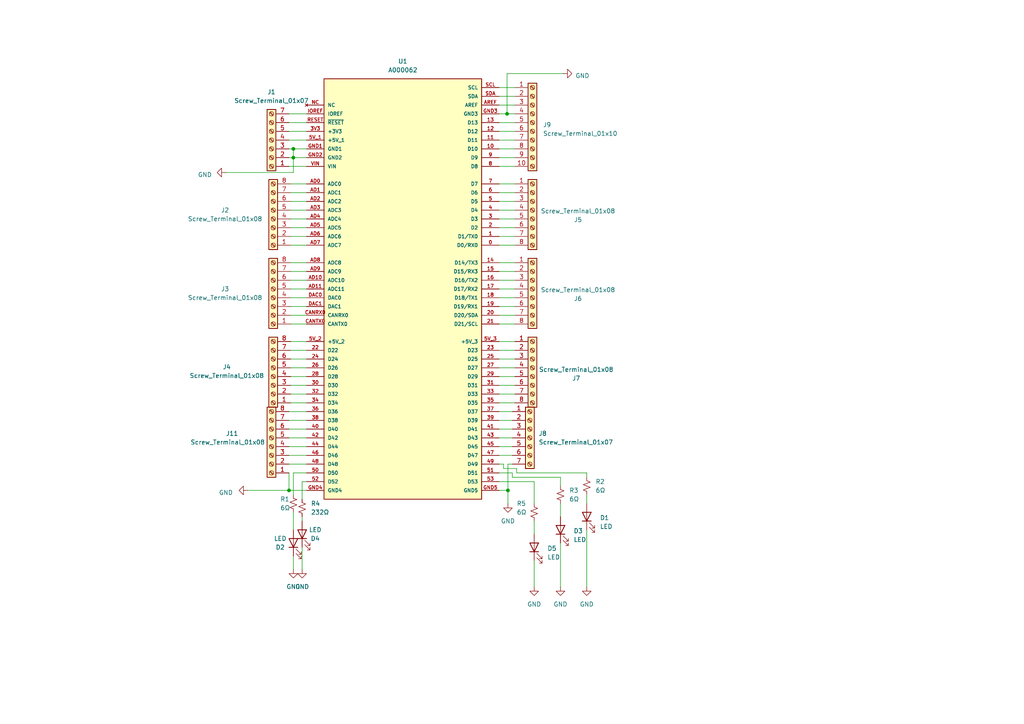
<source format=kicad_sch>
(kicad_sch (version 20230121) (generator eeschema)
  (paper "A4")
  (junction (at -96.52 41.91))
  (junction (at -326.39 284.48))
  (junction (at 64.77 247.65))
  (junction (at -321.31 284.48))
  (junction (at -384.81 299.72))
  (junction (at -323.85 185.42))
  (junction (at -308.61 185.42))
  (junction (at -71.12 180.34))
  (junction (at 147.32 142.24))
  (junction (at -374.65 284.48))
  (junction (at -354.33 190.5))
  (junction (at -217.17 238.76))
  (junction (at -349.25 284.48))
  (junction (at 147.066 33.02))
  (junction (at -344.17 284.48))
  (junction (at -384.81 284.48))
  (junction (at -48.26 180.34))
  (junction (at -60.96 292.1))
  (junction (at -267.97 266.7))
  (junction (at -308.61 172.72))
  (junction (at -63.5 11.43))
  (junction (at -257.81 266.7))
  (junction (at -369.57 299.72))
  (junction (at -139.7 238.76))
  (junction (at -27.94 11.43))
  (junction (at 85.09 45.72))
  (junction (at -72.39 273.05))
  (junction (at -116.84 49.53))
  (junction (at -59.69 180.34))
  (junction (at -127 62.23))
  (junction (at -318.77 185.42))
  (junction (at -96.52 254))
  (junction (at -53.34 170.18))
  (junction (at -313.69 185.42))
  (junction (at -35.56 180.34))
  (junction (at -48.26 21.59))
  (junction (at -93.98 52.07))
  (junction (at -374.65 299.72))
  (junction (at -71.12 170.18))
  (junction (at 83.82 142.24))
  (junction (at -379.73 154.94))
  (junction (at -349.25 261.62))
  (junction (at -139.7 213.36))
  (junction (at -35.56 170.18))
  (junction (at -83.82 170.18))
  (junction (at -394.97 299.72))
  (junction (at -116.84 54.61))
  (junction (at -96.52 246.38))
  (junction (at -93.98 24.13))
  (junction (at -139.7 227.33))
  (junction (at -308.61 142.24))
  (junction (at -364.49 284.48))
  (junction (at -59.69 170.18))
  (junction (at -30.48 193.04))
  (junction (at -349.25 243.84))
  (junction (at -96.52 238.76))
  (junction (at -394.97 284.48))
  (junction (at -349.25 254))
  (junction (at -267.97 279.4))
  (junction (at -83.82 180.34))
  (junction (at -27.94 19.05))
  (junction (at -124.46 229.87))
  (junction (at -217.17 256.54))
  (junction (at -242.57 299.72))
  (junction (at -95.25 213.36))
  (junction (at -196.85 248.92))
  (junction (at -12.7 19.05))
  (junction (at -30.48 180.34))
  (junction (at -354.33 299.72))
  (junction (at -55.88 24.13))
  (junction (at -364.49 299.72))
  (junction (at -245.11 256.54))
  (junction (at -245.11 238.76))
  (junction (at -48.26 170.18))
  (junction (at -96.52 261.62))
  (junction (at -154.94 224.79))
  (junction (at -60.96 198.12))
  (junction (at -354.33 284.48))
  (junction (at -280.67 185.42))
  (junction (at -40.64 19.05))
  (junction (at 85.09 43.18))
  (junction (at -354.33 154.94))
  (wire (pts (xy -59.69 170.18) (xy -59.69 172.72)))
  (wire (pts (xy 149.352 101.6) (xy 144.78 101.6)))
  (wire (pts (xy -285.75 215.9) (xy -285.75 198.12)) (stroke (width 0.1524)))
  (wire (pts (xy 88.9 134.62) (xy 83.82 134.62)))
  (wire (pts (xy -262.89 307.34) (xy -242.57 307.34)) (stroke (width 0.1524)))
  (wire (pts (xy -270.51 299.72) (xy -283.21 299.72)) (stroke (width 0.1524)))
  (wire (pts (xy -27.94 11.43) (xy -5.08 11.43)) (stroke (width 0.1524)))
  (wire (pts (xy 87.63 139.7) (xy 87.63 144.78)))
  (wire (pts (xy -83.82 220.98) (xy -67.31 220.98)))
  (wire (pts (xy -318.77 187.96) (xy -318.77 185.42)) (stroke (width 0.1524)))
  (wire (pts (xy 149.352 91.44) (xy 144.78 91.44)))
  (wire (pts (xy -124.46 222.25) (xy -124.46 229.87)))
  (wire (pts (xy -313.69 185.42) (xy -308.61 185.42)) (stroke (width 0.1524)))
  (wire (pts (xy -346.71 248.92) (xy -361.95 248.92)) (stroke (width 0.1524)))
  (wire (pts (xy -288.29 241.3) (xy -280.67 241.3)) (stroke (width 0.1524)))
  (wire (pts (xy -227.33 248.92) (xy -227.33 246.38)) (stroke (width 0.1524)))
  (wire (pts (xy -245.11 241.3) (xy -245.11 238.76)) (stroke (width 0.1524)))
  (wire (pts (xy 144.78 27.94) (xy 149.352 27.94)))
  (wire (pts (xy -1.27 254) (xy 8.89 254)))
  (wire (pts (xy -245.11 256.54) (xy -267.97 256.54)) (stroke (width 0.1524)))
  (wire (pts (xy -372.11 241.3) (xy -372.11 243.84)) (stroke (width 0.1524)))
  (wire (pts (xy -50.8 257.81) (xy -48.26 257.81)))
  (wire (pts (xy 147.066 33.02) (xy 149.352 33.02)))
  (wire (pts (xy 88.9 124.46) (xy 83.82 124.46)))
  (wire (pts (xy -95.25 205.74) (xy -95.25 213.36)))
  (wire (pts (xy -1.27 257.81) (xy 7.62 257.81)))
  (wire (pts (xy -50.8 39.37) (xy -50.8 24.13)) (stroke (width 0.1524)))
  (wire (pts (xy 144.78 142.24) (xy 147.32 142.24)))
  (wire (pts (xy -106.68 59.69) (xy -116.84 59.69)) (stroke (width 0.1524)))
  (wire (pts (xy -252.73 246.38) (xy -250.19 246.38)) (stroke (width 0.1524)))
  (wire (pts (xy 149.352 78.74) (xy 144.78 78.74)))
  (wire (pts (xy -83.82 170.18) (xy -71.12 170.18)))
  (wire (pts (xy -354.33 284.48) (xy -364.49 284.48)) (stroke (width 0.1524)))
  (wire (pts (xy 65.532 50.038) (xy 85.09 50.038)))
  (wire (pts (xy -71.12 170.18) (xy -71.12 172.72)))
  (wire (pts (xy -154.94 224.79) (xy -48.26 224.79)) (stroke (width 0.1524)))
  (wire (pts (xy -30.48 262.89) (xy -30.48 270.51)))
  (wire (pts (xy 148.59 137.16) (xy 148.59 138.43)))
  (wire (pts (xy 84.328 116.84) (xy 88.9 116.84)))
  (wire (pts (xy -48.26 180.34) (xy -35.56 180.34)))
  (wire (pts (xy -318.77 208.28) (xy -334.01 208.28)) (stroke (width 0.1524)))
  (wire (pts (xy -35.56 262.89) (xy -35.56 292.1)))
  (wire (pts (xy 84.328 104.14) (xy 88.9 104.14)))
  (wire (pts (xy 149.352 88.9) (xy 144.78 88.9)))
  (wire (pts (xy 144.78 127) (xy 148.59 127)))
  (wire (pts (xy 154.94 151.13) (xy 154.94 154.94)))
  (wire (pts (xy -124.46 217.17) (xy -124.46 213.36)))
  (wire (pts (xy -318.77 203.2) (xy -318.77 198.12)) (stroke (width 0.1524)))
  (wire (pts (xy 84.328 83.82) (xy 88.9 83.82)))
  (wire (pts (xy -12.7 19.05) (xy -5.08 19.05)) (stroke (width 0.1524)))
  (wire (pts (xy -67.31 213.36) (xy -83.82 213.36)))
  (wire (pts (xy -364.49 299.72) (xy -354.33 299.72)) (stroke (width 0.1524)))
  (wire (pts (xy 149.86 137.16) (xy 170.18 137.16)))
  (wire (pts (xy -38.1 59.69) (xy -38.1 57.15)) (stroke (width 0.1524)))
  (wire (pts (xy 84.328 114.3) (xy 88.9 114.3)))
  (wire (pts (xy 88.9 137.16) (xy 85.09 137.16)))
  (wire (pts (xy 39.37 247.65) (xy 48.26 247.65)))
  (wire (pts (xy -93.98 59.69) (xy -93.98 52.07)) (stroke (width 0.1524)))
  (wire (pts (xy -127 62.23) (xy -129.54 62.23)) (stroke (width 0.1524)))
  (wire (pts (xy -83.82 205.74) (xy -67.31 205.74)))
  (wire (pts (xy 170.18 153.67) (xy 170.18 170.18)))
  (wire (pts (xy -354.33 205.74) (xy -354.33 203.2)) (stroke (width 0.1524)))
  (wire (pts (xy -323.85 185.42) (xy -318.77 185.42)) (stroke (width 0.1524)))
  (wire (pts (xy -257.81 276.86) (xy -257.81 279.4)) (stroke (width 0.1524)))
  (wire (pts (xy -354.33 294.64) (xy -354.33 299.72)) (stroke (width 0.1524)))
  (wire (pts (xy -7.62 247.65) (xy 1.27 247.65)))
  (wire (pts (xy -121.92 41.91) (xy -129.54 41.91)) (stroke (width 0.1524)))
  (wire (pts (xy -59.69 170.18) (xy -53.34 170.18)))
  (wire (pts (xy 64.77 247.65) (xy 53.34 247.65)))
  (wire (pts (xy 85.09 137.16) (xy 85.09 143.51)))
  (wire (pts (xy -10.16 241.3) (xy 31.75 241.3)))
  (wire (pts (xy -71.12 180.34) (xy -59.69 180.34)))
  (wire (pts (xy -17.78 214.63) (xy -2.54 214.63)) (stroke (width 0.1524)))
  (wire (pts (xy -12.7 237.49) (xy -5.08 237.49)) (stroke (width 0.1524)))
  (wire (pts (xy 87.63 158.75) (xy 87.63 165.1)))
  (wire (pts (xy -290.83 172.72) (xy -290.83 170.18)) (stroke (width 0.1524)))
  (wire (pts (xy 73.66 262.89) (xy 73.66 264.16)))
  (wire (pts (xy -104.14 11.43) (xy -104.14 26.67)) (stroke (width 0.1524)))
  (wire (pts (xy -308.61 185.42) (xy -308.61 187.96)) (stroke (width 0.1524)))
  (wire (pts (xy -379.73 154.94) (xy -379.73 149.86)) (stroke (width 0.1524)))
  (wire (pts (xy -72.39 198.12) (xy -60.96 198.12)))
  (wire (pts (xy -245.11 238.76) (xy -217.17 238.76)) (stroke (width 0.1524)))
  (wire (pts (xy -48.26 170.18) (xy -48.26 172.72)))
  (wire (pts (xy -298.45 314.96) (xy -298.45 317.5)) (stroke (width 0.1524)))
  (wire (pts (xy -316.23 205.74) (xy -316.23 218.44)) (stroke (width 0.1524)))
  (wire (pts (xy -308.61 172.72) (xy -308.61 170.18)) (stroke (width 0.1524)))
  (wire (pts (xy 83.82 137.16) (xy 83.82 142.24)))
  (wire (pts (xy -35.56 292.1) (xy -60.96 292.1)))
  (wire (pts (xy 85.09 50.038) (xy 85.09 45.72)))
  (wire (pts (xy -308.61 160.02) (xy -308.61 154.94)) (stroke (width 0.1524)))
  (wire (pts (xy -245.11 256.54) (xy -217.17 256.54)) (stroke (width 0.1524)))
  (wire (pts (xy -78.74 52.07) (xy -78.74 36.83)) (stroke (width 0.1524)))
  (wire (pts (xy 53.34 241.3) (xy 64.77 241.3)))
  (wire (pts (xy -354.33 154.94) (xy -354.33 160.02)) (stroke (width 0.1524)))
  (wire (pts (xy -90.17 180.34) (xy -83.82 180.34)))
  (wire (pts (xy -326.39 284.48) (xy -326.39 281.94)) (stroke (width 0.1524)))
  (wire (pts (xy -106.68 39.37) (xy -116.84 39.37)) (stroke (width 0.1524)))
  (wire (pts (xy -17.78 257.81) (xy -6.35 257.81)))
  (wire (pts (xy -96.52 238.76) (xy -96.52 231.14)))
  (wire (pts (xy -306.07 210.82) (xy -306.07 218.44)) (stroke (width 0.1524)))
  (wire (pts (xy -24.13 170.18) (xy -24.13 172.72)))
  (wire (pts (xy -83.82 273.05) (xy -72.39 273.05)))
  (wire (pts (xy -245.11 251.46) (xy -245.11 256.54)) (stroke (width 0.1524)))
  (wire (pts (xy -63.5 242.57) (xy -48.26 242.57)))
  (wire (pts (xy -280.67 185.42) (xy -280.67 180.34)) (stroke (width 0.1524)))
  (wire (pts (xy 144.78 40.64) (xy 149.352 40.64)))
  (wire (pts (xy 66.04 257.81) (xy 64.77 257.81)))
  (wire (pts (xy 149.352 60.96) (xy 144.78 60.96)))
  (wire (pts (xy -326.39 302.26) (xy -313.69 302.26)) (stroke (width 0.1524)))
  (wire (pts (xy 84.328 106.68) (xy 88.9 106.68)))
  (wire (pts (xy -40.64 36.83) (xy -5.08 36.83)) (stroke (width 0.1524)))
  (wire (pts (xy -139.7 227.33) (xy -48.26 227.33)) (stroke (width 0.1524)))
  (wire (pts (xy 88.9 127) (xy 83.82 127)))
  (wire (pts (xy -15.24 240.03) (xy -17.78 240.03)))
  (wire (pts (xy -313.69 200.66) (xy -311.15 200.66)) (stroke (width 0.1524)))
  (wire (pts (xy 147.32 142.24) (xy 147.32 146.05)))
  (wire (pts (xy -154.94 234.95) (xy -154.94 238.76)))
  (wire (pts (xy 149.352 68.58) (xy 144.78 68.58)))
  (wire (pts (xy -351.79 215.9) (xy -351.79 218.44)) (stroke (width 0.1524)))
  (wire (pts (xy -303.53 287.02) (xy -290.83 287.02)) (stroke (width 0.1524)))
  (wire (pts (xy -290.83 210.82) (xy -306.07 210.82)) (stroke (width 0.1524)))
  (wire (pts (xy -326.39 144.78) (xy -326.39 142.24)) (stroke (width 0.1524)))
  (wire (pts (xy -217.17 261.62) (xy -217.17 256.54)) (stroke (width 0.1524)))
  (wire (pts (xy -323.85 281.94) (xy -323.85 289.56)) (stroke (width 0.1524)))
  (wire (pts (xy -321.31 218.44) (xy -321.31 210.82)) (stroke (width 0.1524)))
  (wire (pts (xy -326.39 284.48) (xy -321.31 284.48)) (stroke (width 0.1524)))
  (wire (pts (xy -290.83 142.24) (xy -290.83 144.78)) (stroke (width 0.1524)))
  (wire (pts (xy -394.97 294.64) (xy -394.97 299.72)) (stroke (width 0.1524)))
  (wire (pts (xy -344.17 287.02) (xy -344.17 284.48)) (stroke (width 0.1524)))
  (wire (pts (xy 163.322 21.336) (xy 147.066 21.336)))
  (wire (pts (xy 84.328 99.06) (xy 88.9 99.06)))
  (wire (pts (xy -250.19 330.2) (xy -257.81 330.2)) (stroke (width 0.1524)))
  (wire (pts (xy -129.54 59.69) (xy -127 59.69)) (stroke (width 0.1524)))
  (wire (pts (xy -139.7 238.76) (xy -139.7 241.3)))
  (wire (pts (xy -139.7 213.36) (xy -139.7 217.17)))
  (wire (pts (xy -326.39 160.02) (xy -326.39 154.94)) (stroke (width 0.1524)))
  (wire (pts (xy -17.78 245.11) (xy 1.27 245.11)))
  (wire (pts (xy -290.83 187.96) (xy -290.83 185.42)) (stroke (width 0.1524)))
  (wire (pts (xy -308.61 172.72) (xy -290.83 172.72)) (stroke (width 0.1524)))
  (wire (pts (xy -12.7 237.49) (xy -17.78 237.49)))
  (wire (pts (xy -283.21 299.72) (xy -283.21 261.62)) (stroke (width 0.1524)))
  (wire (pts (xy -154.94 224.79) (xy -154.94 229.87)))
  (wire (pts (xy -68.58 26.67) (xy -68.58 24.13)) (stroke (width 0.1524)))
  (wire (pts (xy 83.82 40.64) (xy 88.9 40.64)))
  (wire (pts (xy -313.69 302.26) (xy -313.69 281.94)) (stroke (width 0.1524)))
  (wire (pts (xy -73.66 26.67) (xy -93.98 26.67)) (stroke (width 0.1524)))
  (wire (pts (xy -290.83 160.02) (xy -290.83 154.94)) (stroke (width 0.1524)))
  (wire (pts (xy 83.82 43.18) (xy 85.09 43.18)))
  (wire (pts (xy -196.85 236.22) (xy -196.85 248.92)) (stroke (width 0.1524)))
  (wire (pts (xy -90.17 177.8) (xy -90.17 180.34)))
  (wire (pts (xy 144.78 35.56) (xy 149.352 35.56)))
  (wire (pts (xy -95.25 213.36) (xy -88.9 213.36)))
  (wire (pts (xy -270.51 289.56) (xy -278.13 289.56)) (stroke (width 0.1524)))
  (wire (pts (xy -369.57 299.72) (xy -364.49 299.72)) (stroke (width 0.1524)))
  (wire (pts (xy -139.7 238.76) (xy -139.7 234.95)))
  (wire (pts (xy -267.97 248.92) (xy -267.97 238.76)) (stroke (width 0.1524)))
  (wire (pts (xy -374.65 299.72) (xy -369.57 299.72)) (stroke (width 0.1524)))
  (wire (pts (xy -121.92 36.83) (xy -129.54 36.83)) (stroke (width 0.1524)))
  (wire (pts (xy 149.352 109.22) (xy 144.78 109.22)))
  (wire (pts (xy -288.29 256.54) (xy -270.51 256.54)) (stroke (width 0.1524)))
  (wire (pts (xy -55.88 59.69) (xy -55.88 57.15)) (stroke (width 0.1524)))
  (wire (pts (xy -48.26 26.67) (xy -48.26 21.59)) (stroke (width 0.1524)))
  (wire (pts (xy -58.42 257.81) (xy -58.42 265.43)))
  (wire (pts (xy -288.29 243.84) (xy -280.67 243.84)) (stroke (width 0.1524)))
  (wire (pts (xy -48.26 212.09) (xy -55.88 212.09)) (stroke (width 0.1524)))
  (wire (pts (xy 84.328 68.58) (xy 88.9 68.58)))
  (wire (pts (xy -354.33 299.72) (xy -344.17 299.72)) (stroke (width 0.1524)))
  (wire (pts (xy -275.59 185.42) (xy -275.59 187.96)) (stroke (width 0.1524)))
  (wire (pts (xy -35.56 198.12) (xy -35.56 201.93)))
  (wire (pts (xy -280.67 185.42) (xy -275.59 185.42)) (stroke (width 0.1524)))
  (wire (pts (xy -90.17 170.18) (xy -83.82 170.18)))
  (wire (pts (xy 84.328 91.44) (xy 88.9 91.44)))
  (wire (pts (xy -48.26 245.11) (xy -66.04 245.11)))
  (wire (pts (xy -242.57 307.34) (xy -242.57 299.72)) (stroke (width 0.1524)))
  (wire (pts (xy 88.9 121.92) (xy 83.82 121.92)))
  (wire (pts (xy -15.24 19.05) (xy -12.7 19.05)) (stroke (width 0.1524)))
  (wire (pts (xy -30.48 193.04) (xy -30.48 201.93)))
  (wire (pts (xy -48.26 39.37) (xy -50.8 39.37)) (stroke (width 0.1524)))
  (wire (pts (xy -17.78 250.19) (xy -7.62 250.19)))
  (wire (pts (xy -308.61 142.24) (xy -290.83 142.24)) (stroke (width 0.1524)))
  (wire (pts (xy -346.71 259.08) (xy -359.41 259.08)) (stroke (width 0.1524)))
  (wire (pts (xy -346.71 238.76) (xy -361.95 238.76)) (stroke (width 0.1524)))
  (wire (pts (xy 144.78 45.72) (xy 149.352 45.72)))
  (wire (pts (xy -104.14 49.53) (xy -116.84 49.53)) (stroke (width 0.1524)))
  (wire (pts (xy 149.352 53.34) (xy 144.78 53.34)))
  (wire (pts (xy -30.48 180.34) (xy -24.13 180.34)))
  (wire (pts (xy 147.32 134.62) (xy 148.59 134.62)))
  (wire (pts (xy 1.27 247.65) (xy 1.27 250.19)))
  (wire (pts (xy -349.25 284.48) (xy -354.33 284.48)) (stroke (width 0.1524)))
  (wire (pts (xy 149.352 83.82) (xy 144.78 83.82)))
  (wire (pts (xy -369.57 302.26) (xy -369.57 299.72)) (stroke (width 0.1524)))
  (wire (pts (xy -349.25 254) (xy -349.25 243.84)) (stroke (width 0.1524)))
  (wire (pts (xy 146.05 135.89) (xy 149.86 135.89)))
  (wire (pts (xy -63.5 24.13) (xy -55.88 24.13)) (stroke (width 0.1524)))
  (wire (pts (xy 149.352 76.2) (xy 144.78 76.2)))
  (wire (pts (xy -124.46 234.95) (xy -124.46 238.76)))
  (wire (pts (xy -96.52 246.38) (xy -96.52 238.76)))
  (wire (pts (xy -96.52 254) (xy -96.52 246.38)))
  (wire (pts (xy -313.69 187.96) (xy -313.69 185.42)) (stroke (width 0.1524)))
  (wire (pts (xy 144.78 33.02) (xy 147.066 33.02)))
  (wire (pts (xy -63.5 -3.81) (xy -63.5 -1.27)) (stroke (width 0.1524)))
  (wire (pts (xy -68.58 246.38) (xy -68.58 247.65)))
  (wire (pts (xy -72.39 284.48) (xy -72.39 292.1)))
  (wire (pts (xy -407.67 284.48) (xy -407.67 287.02)) (stroke (width 0.1524)))
  (wire (pts (xy -384.81 284.48) (xy -394.97 284.48)) (stroke (width 0.1524)))
  (wire (pts (xy -66.04 238.76) (xy -85.09 238.76)))
  (wire (pts (xy -38.1 46.99) (xy -48.26 46.99)) (stroke (width 0.1524)))
  (wire (pts (xy -354.33 154.94) (xy -354.33 152.4)) (stroke (width 0.1524)))
  (wire (pts (xy -372.11 190.5) (xy -379.73 190.5)) (stroke (width 0.1524)))
  (wire (pts (xy -212.09 236.22) (xy -217.17 236.22)) (stroke (width 0.1524)))
  (wire (pts (xy -154.94 213.36) (xy -139.7 213.36)))
  (wire (pts (xy -374.65 294.64) (xy -374.65 299.72)) (stroke (width 0.1524)))
  (wire (pts (xy -349.25 261.62) (xy -349.25 284.48)) (stroke (width 0.1524)))
  (wire (pts (xy -217.17 256.54) (xy -217.17 254)) (stroke (width 0.1524)))
  (wire (pts (xy -27.94 19.05) (xy -27.94 11.43)) (stroke (width 0.1524)))
  (wire (pts (xy -280.67 236.22) (xy -288.29 236.22)) (stroke (width 0.1524)))
  (wire (pts (xy -361.95 154.94) (xy -354.33 154.94)) (stroke (width 0.1524)))
  (wire (pts (xy -308.61 185.42) (xy -290.83 185.42)) (stroke (width 0.1524)))
  (wire (pts (xy -60.96 279.4) (xy -60.96 198.12)))
  (wire (pts (xy 1.27 243.84) (xy 29.21 243.84)))
  (wire (pts (xy 85.09 43.18) (xy 85.09 45.72)))
  (wire (pts (xy -278.13 289.56) (xy -278.13 259.08)) (stroke (width 0.1524)))
  (wire (pts (xy -12.7 13.97) (xy -12.7 19.05)) (stroke (width 0.1524)))
  (wire (pts (xy -85.09 231.14) (xy -63.5 231.14)))
  (wire (pts (xy -20.32 46.99) (xy -30.48 46.99)) (stroke (width 0.1524)))
  (wire (pts (xy -346.71 236.22) (xy -361.95 236.22)) (stroke (width 0.1524)))
  (wire (pts (xy -67.31 219.71) (xy -67.31 220.98)))
  (wire (pts (xy 88.9 142.24) (xy 83.82 142.24)))
  (wire (pts (xy -384.81 299.72) (xy -374.65 299.72)) (stroke (width 0.1524)))
  (wire (pts (xy 149.86 135.89) (xy 149.86 137.16)))
  (wire (pts (xy -114.3 21.59) (xy -48.26 21.59)) (stroke (width 0.1524)))
  (wire (pts (xy 144.78 38.1) (xy 149.352 38.1)))
  (wire (pts (xy -63.5 11.43) (xy -63.5 6.35)) (stroke (width 0.1524)))
  (wire (pts (xy 88.9 119.38) (xy 83.82 119.38)))
  (wire (pts (xy -99.06 31.75) (xy -129.54 31.75)) (stroke (width 0.1524)))
  (wire (pts (xy -237.49 246.38) (xy -240.03 246.38)) (stroke (width 0.1524)))
  (wire (pts (xy -288.29 259.08) (xy -278.13 259.08)) (stroke (width 0.1524)))
  (wire (pts (xy -313.69 203.2) (xy -318.77 203.2)) (stroke (width 0.1524)))
  (wire (pts (xy 154.94 139.7) (xy 154.94 146.05)))
  (wire (pts (xy -349.25 254) (xy -349.25 261.62)) (stroke (width 0.1524)))
  (wire (pts (xy -318.77 185.42) (xy -313.69 185.42)) (stroke (width 0.1524)))
  (wire (pts (xy -326.39 312.42) (xy -326.39 317.5)) (stroke (width 0.1524)))
  (wire (pts (xy 84.328 88.9) (xy 88.9 88.9)))
  (wire (pts (xy -67.31 207.01) (xy -67.31 205.74)))
  (wire (pts (xy 144.78 121.92) (xy 148.59 121.92)))
  (wire (pts (xy -323.85 185.42) (xy -331.47 185.42)) (stroke (width 0.1524)))
  (wire (pts (xy -55.88 209.55) (xy -48.26 209.55)) (stroke (width 0.1524)))
  (wire (pts (xy 84.328 63.5) (xy 88.9 63.5)))
  (wire (pts (xy -349.25 284.48) (xy -344.17 284.48)) (stroke (width 0.1524)))
  (wire (pts (xy 7.62 250.19) (xy 12.7 250.19)))
  (wire (pts (xy -308.61 172.72) (xy -308.61 175.26)) (stroke (width 0.1524)))
  (wire (pts (xy 144.78 30.48) (xy 149.352 30.48)))
  (wire (pts (xy 162.56 157.48) (xy 162.56 170.18)))
  (wire (pts (xy -124.46 229.87) (xy -48.26 229.87)) (stroke (width 0.1524)))
  (wire (pts (xy -275.59 198.12) (xy -275.59 246.38)) (stroke (width 0.1524)))
  (wire (pts (xy -321.31 210.82) (xy -334.01 210.82)) (stroke (width 0.1524)))
  (wire (pts (xy -101.6 29.21) (xy -129.54 29.21)) (stroke (width 0.1524)))
  (wire (pts (xy 146.05 134.62) (xy 146.05 135.89)))
  (wire (pts (xy -17.78 217.17) (xy -2.54 217.17)) (stroke (width 0.1524)))
  (wire (pts (xy 84.328 101.6) (xy 88.9 101.6)))
  (wire (pts (xy 71.882 142.24) (xy 83.82 142.24)))
  (wire (pts (xy -116.84 59.69) (xy -116.84 54.61)) (stroke (width 0.1524)))
  (wire (pts (xy -316.23 281.94) (xy -316.23 289.56)) (stroke (width 0.1524)))
  (wire (pts (xy -394.97 284.48) (xy -407.67 284.48)) (stroke (width 0.1524)))
  (wire (pts (xy -328.93 281.94) (xy -328.93 289.56)) (stroke (width 0.1524)))
  (wire (pts (xy -99.06 41.91) (xy -96.52 41.91)) (stroke (width 0.1524)))
  (wire (pts (xy -154.94 222.25) (xy -154.94 224.79)))
  (wire (pts (xy -66.04 261.62) (xy -66.04 252.73)))
  (wire (pts (xy 84.328 71.12) (xy 88.9 71.12)))
  (wire (pts (xy -55.88 214.63) (xy -48.26 214.63)) (stroke (width 0.1524)))
  (wire (pts (xy -257.81 279.4) (xy -267.97 279.4)) (stroke (width 0.1524)))
  (wire (pts (xy 148.59 138.43) (xy 162.56 138.43)))
  (wire (pts (xy 84.328 93.98) (xy 88.9 93.98)))
  (wire (pts (xy -104.14 11.43) (xy -63.5 11.43)) (stroke (width 0.1524)))
  (wire (pts (xy 83.82 38.1) (xy 88.9 38.1)))
  (wire (pts (xy -242.57 317.5) (xy -247.65 317.5)) (stroke (width 0.1524)))
  (wire (pts (xy 149.352 106.68) (xy 144.78 106.68)))
  (wire (pts (xy -331.47 215.9) (xy -351.79 215.9)) (stroke (width 0.1524)))
  (wire (pts (xy -121.92 39.37) (xy -129.54 39.37)) (stroke (width 0.1524)))
  (wire (pts (xy -306.07 302.26) (xy -298.45 302.26)) (stroke (width 0.1524)))
  (wire (pts (xy -346.71 241.3) (xy -372.11 241.3)) (stroke (width 0.1524)))
  (wire (pts (xy -344.17 299.72) (xy -344.17 294.64)) (stroke (width 0.1524)))
  (wire (pts (xy 85.09 45.72) (xy 88.9 45.72)))
  (wire (pts (xy -66.04 252.73) (xy -48.26 252.73)))
  (wire (pts (xy -124.46 213.36) (xy -139.7 213.36)))
  (wire (pts (xy 83.82 48.26) (xy 88.9 48.26)))
  (wire (pts (xy -17.78 207.01) (xy -2.54 207.01)) (stroke (width 0.1524)))
  (wire (pts (xy 64.77 247.65) (xy 64.77 257.81)))
  (wire (pts (xy -40.64 11.43) (xy -27.94 11.43)) (stroke (width 0.1524)))
  (wire (pts (xy -38.1 49.53) (xy -38.1 46.99)) (stroke (width 0.1524)))
  (wire (pts (xy -50.8 24.13) (xy -55.88 24.13)) (stroke (width 0.1524)))
  (wire (pts (xy -364.49 287.02) (xy -364.49 284.48)) (stroke (width 0.1524)))
  (wire (pts (xy -17.78 255.27) (xy -7.62 255.27)))
  (wire (pts (xy -154.94 238.76) (xy -139.7 238.76)))
  (wire (pts (xy 149.352 116.84) (xy 144.78 116.84)))
  (wire (pts (xy -288.29 254) (xy -273.05 254)) (stroke (width 0.1524)))
  (wire (pts (xy 149.352 99.06) (xy 144.78 99.06)))
  (wire (pts (xy -109.22 6.35) (xy -109.22 3.81)) (stroke (width 0.1524)))
  (wire (pts (xy 84.328 53.34) (xy 88.9 53.34)))
  (wire (pts (xy -217.17 238.76) (xy -217.17 243.84)) (stroke (width 0.1524)))
  (wire (pts (xy -267.97 251.46) (xy -288.29 251.46)) (stroke (width 0.1524)))
  (wire (pts (xy -48.26 217.17) (xy -67.31 217.17)))
  (wire (pts (xy 149.352 114.3) (xy 144.78 114.3)))
  (wire (pts (xy -15.24 240.03) (xy -7.62 240.03)) (stroke (width 0.1524)))
  (wire (pts (xy -60.96 292.1) (xy -60.96 284.48)))
  (wire (pts (xy 144.78 119.38) (xy 148.59 119.38)))
  (wire (pts (xy -308.61 304.8) (xy -308.61 281.94)) (stroke (width 0.1524)))
  (wire (pts (xy -267.97 279.4) (xy -267.97 276.86)) (stroke (width 0.1524)))
  (wire (pts (xy -7.62 255.27) (xy -7.62 254)))
  (wire (pts (xy 149.352 55.88) (xy 144.78 55.88)))
  (wire (pts (xy -96.52 41.91) (xy -96.52 36.83)) (stroke (width 0.1524)))
  (wire (pts (xy 85.09 43.18) (xy 88.9 43.18)))
  (wire (pts (xy -83.82 180.34) (xy -71.12 180.34)))
  (wire (pts (xy -30.48 19.05) (xy -27.94 19.05)) (stroke (width 0.1524)))
  (wire (pts (xy -349.25 243.84) (xy -346.71 243.84)) (stroke (width 0.1524)))
  (wire (pts (xy -48.26 36.83) (xy -48.26 39.37)) (stroke (width 0.1524)))
  (wire (pts (xy -303.53 281.94) (xy -303.53 287.02)) (stroke (width 0.1524)))
  (wire (pts (xy 162.56 146.05) (xy 162.56 149.86)))
  (wire (pts (xy -93.98 52.07) (xy -129.54 52.07)) (stroke (width 0.1524)))
  (wire (pts (xy -306.07 281.94) (xy -306.07 302.26)) (stroke (width 0.1524)))
  (wire (pts (xy -326.39 170.18) (xy -326.39 172.72)) (stroke (width 0.1524)))
  (wire (pts (xy -101.6 19.05) (xy -101.6 29.21)) (stroke (width 0.1524)))
  (wire (pts (xy 85.09 148.59) (xy 85.09 153.67)))
  (wire (pts (xy -326.39 304.8) (xy -326.39 302.26)) (stroke (width 0.1524)))
  (wire (pts (xy -257.81 264.16) (xy -257.81 266.7)) (stroke (width 0.1524)))
  (wire (pts (xy 162.56 138.43) (xy 162.56 140.97)))
  (wire (pts (xy -346.71 246.38) (xy -361.95 246.38)) (stroke (width 0.1524)))
  (wire (pts (xy -354.33 190.5) (xy -354.33 187.96)) (stroke (width 0.1524)))
  (wire (pts (xy -318.77 218.44) (xy -318.77 208.28)) (stroke (width 0.1524)))
  (wire (pts (xy -68.58 254) (xy -85.09 254)))
  (wire (pts (xy -191.77 248.92) (xy -196.85 248.92)) (stroke (width 0.1524)))
  (wire (pts (xy -43.18 21.59) (xy -48.26 21.59)) (stroke (width 0.1524)))
  (wire (pts (xy -273.05 254) (xy -273.05 279.4)) (stroke (width 0.1524)))
  (wire (pts (xy -83.82 52.07) (xy -78.74 52.07)) (stroke (width 0.1524)))
  (wire (pts (xy -273.05 279.4) (xy -267.97 279.4)) (stroke (width 0.1524)))
  (wire (pts (xy -311.15 284.48) (xy -311.15 281.94)) (stroke (width 0.1524)))
  (wire (pts (xy -359.41 271.78) (xy -359.41 274.32)) (stroke (width 0.1524)))
  (wire (pts (xy -288.29 248.92) (xy -267.97 248.92)) (stroke (width 0.1524)))
  (wire (pts (xy -154.94 217.17) (xy -154.94 213.36)))
  (wire (pts (xy -303.53 218.44) (xy -303.53 215.9)) (stroke (width 0.1524)))
  (wire (pts (xy -217.17 236.22) (xy -217.17 238.76)) (stroke (width 0.1524)))
  (wire (pts (xy -17.78 209.55) (xy -2.54 209.55)) (stroke (width 0.1524)))
  (wire (pts (xy -72.39 292.1) (xy -60.96 292.1)))
  (wire (pts (xy -83.82 170.18) (xy -83.82 172.72)))
  (wire (pts (xy -326.39 172.72) (xy -308.61 172.72)) (stroke (width 0.1524)))
  (wire (pts (xy -104.14 213.36) (xy -95.25 213.36)))
  (wire (pts (xy 144.78 43.18) (xy 149.352 43.18)))
  (wire (pts (xy -346.71 254) (xy -349.25 254)) (stroke (width 0.1524)))
  (wire (pts (xy -285.75 187.96) (xy -285.75 185.42)) (stroke (width 0.1524)))
  (wire (pts (xy -2.54 46.99) (xy -12.7 46.99)) (stroke (width 0.1524)))
  (wire (pts (xy -5.08 41.91) (xy -73.66 41.91)) (stroke (width 0.1524)))
  (wire (pts (xy 83.82 45.72) (xy 85.09 45.72)))
  (wire (pts (xy 85.09 161.29) (xy 85.09 165.1)))
  (wire (pts (xy -204.47 261.62) (xy -196.85 261.62)) (stroke (width 0.1524)))
  (wire (pts (xy -298.45 302.26) (xy -298.45 304.8)) (stroke (width 0.1524)))
  (wire (pts (xy 64.77 241.3) (xy 64.77 247.65)))
  (wire (pts (xy -308.61 317.5) (xy -308.61 312.42)) (stroke (width 0.1524)))
  (wire (pts (xy -48.26 219.71) (xy -67.31 219.71)))
  (wire (pts (xy 84.328 66.04) (xy 88.9 66.04)))
  (wire (pts (xy 84.328 76.2) (xy 88.9 76.2)))
  (wire (pts (xy -354.33 190.5) (xy -354.33 195.58)) (stroke (width 0.1524)))
  (wire (pts (xy -285.75 185.42) (xy -280.67 185.42)) (stroke (width 0.1524)))
  (wire (pts (xy 149.352 86.36) (xy 144.78 86.36)))
  (wire (pts (xy -55.88 257.81) (xy -58.42 257.81)))
  (wire (pts (xy 147.32 142.24) (xy 147.32 134.62)))
  (wire (pts (xy -323.85 218.44) (xy -323.85 213.36)) (stroke (width 0.1524)))
  (wire (pts (xy -290.83 198.12) (xy -290.83 210.82)) (stroke (width 0.1524)))
  (wire (pts (xy -139.7 227.33) (xy -139.7 229.87)))
  (wire (pts (xy -83.82 177.8) (xy -83.82 180.34)))
  (wire (pts (xy -96.52 231.14) (xy -90.17 231.14)))
  (wire (pts (xy -303.53 215.9) (xy -285.75 215.9)) (stroke (width 0.1524)))
  (wire (pts (xy -364.49 284.48) (xy -374.65 284.48)) (stroke (width 0.1524)))
  (wire (pts (xy -280.67 187.96) (xy -280.67 185.42)) (stroke (width 0.1524)))
  (wire (pts (xy -407.67 299.72) (xy -394.97 299.72)) (stroke (width 0.1524)))
  (wire (pts (xy -139.7 222.25) (xy -139.7 227.33)))
  (wire (pts (xy -99.06 59.69) (xy -93.98 59.69)) (stroke (width 0.1524)))
  (wire (pts (xy -323.85 213.36) (xy -334.01 213.36)) (stroke (width 0.1524)))
  (wire (pts (xy -267.97 238.76) (xy -245.11 238.76)) (stroke (width 0.1524)))
  (wire (pts (xy -96.52 246.38) (xy -90.17 246.38)))
  (wire (pts (xy -367.03 256.54) (xy -367.03 259.08)) (stroke (width 0.1524)))
  (wire (pts (xy -372.11 154.94) (xy -379.73 154.94)) (stroke (width 0.1524)))
  (wire (pts (xy -384.81 287.02) (xy -384.81 284.48)) (stroke (width 0.1524)))
  (wire (pts (xy -323.85 187.96) (xy -323.85 185.42)) (stroke (width 0.1524)))
  (wire (pts (xy -285.75 264.16) (xy -285.75 304.8)) (stroke (width 0.1524)))
  (wire (pts (xy -55.88 49.53) (xy -55.88 46.99)) (stroke (width 0.1524)))
  (wire (pts (xy -119.38 6.35) (xy -114.3 6.35)) (stroke (width 0.1524)))
  (wire (pts (xy -59.69 177.8) (xy -59.69 180.34)))
  (wire (pts (xy -394.97 299.72) (xy -384.81 299.72)) (stroke (width 0.1524)))
  (wire (pts (xy 149.352 63.5) (xy 144.78 63.5)))
  (wire (pts (xy -35.56 177.8) (xy -35.56 180.34)))
  (wire (pts (xy 84.328 60.96) (xy 88.9 60.96)))
  (wire (pts (xy -124.46 238.76) (xy -139.7 238.76)))
  (wire (pts (xy -270.51 256.54) (xy -270.51 266.7)) (stroke (width 0.1524)))
  (wire (pts (xy -71.12 170.18) (xy -59.69 170.18)))
  (wire (pts (xy -93.98 3.81) (xy -93.98 24.13)) (stroke (width 0.1524)))
  (wire (pts (xy -83.82 36.83) (xy -78.74 36.83)) (stroke (width 0.1524)))
  (wire (pts (xy -116.84 39.37) (xy -116.84 49.53)) (stroke (width 0.1524)))
  (wire (pts (xy 144.78 124.46) (xy 148.59 124.46)))
  (wire (pts (xy -20.32 59.69) (xy -20.32 57.15)) (stroke (width 0.1524)))
  (wire (pts (xy 144.78 134.62) (xy 146.05 134.62)))
  (wire (pts (xy -349.25 261.62) (xy -346.71 261.62)) (stroke (width 0.1524)))
  (wire (pts (xy 170.18 137.16) (xy 170.18 138.43)))
  (wire (pts (xy -27.94 19.05) (xy -25.4 19.05)) (stroke (width 0.1524)))
  (wire (pts (xy -212.09 261.62) (xy -217.17 261.62)) (stroke (width 0.1524)))
  (wire (pts (xy -67.31 217.17) (xy -67.31 213.36)))
  (wire (pts (xy -99.06 13.97) (xy -12.7 13.97)) (stroke (width 0.1524)))
  (wire (pts (xy -35.56 170.18) (xy -24.13 170.18)))
  (wire (pts (xy -257.81 289.56) (xy -262.89 289.56)) (stroke (width 0.1524)))
  (wire (pts (xy -323.85 205.74) (xy -316.23 205.74)) (stroke (width 0.1524)))
  (wire (pts (xy -374.65 284.48) (xy -384.81 284.48)) (stroke (width 0.1524)))
  (wire (pts (xy 39.37 241.3) (xy 48.26 241.3)))
  (wire (pts (xy -242.57 289.56) (xy -247.65 289.56)) (stroke (width 0.1524)))
  (wire (pts (xy -66.04 245.11) (xy -66.04 238.76)))
  (wire (pts (xy 144.78 139.7) (xy 154.94 139.7)))
  (wire (pts (xy -3.81 193.04) (xy -30.48 193.04)))
  (wire (pts (xy -63.5 39.37) (xy -63.5 24.13)) (stroke (width 0.1524)))
  (wire (pts (xy -354.33 170.18) (xy -354.33 167.64)) (stroke (width 0.1524)))
  (wire (pts (xy -40.64 19.05) (xy -40.64 36.83)) (stroke (width 0.1524)))
  (wire (pts (xy -323.85 198.12) (xy -323.85 205.74)) (stroke (width 0.1524)))
  (wire (pts (xy -313.69 198.12) (xy -313.69 200.66)) (stroke (width 0.1524)))
  (wire (pts (xy -88.9 205.74) (xy -95.25 205.74)))
  (wire (pts (xy -53.34 162.56) (xy -53.34 170.18)))
  (wire (pts (xy 1.27 250.19) (xy 2.54 250.19)))
  (wire (pts (xy 84.328 78.74) (xy 88.9 78.74)))
  (wire (pts (xy -68.58 250.19) (xy -68.58 254)))
  (wire (pts (xy -288.29 246.38) (xy -275.59 246.38)) (stroke (width 0.1524)))
  (wire (pts (xy -346.71 256.54) (xy -367.03 256.54)) (stroke (width 0.1524)))
  (wire (pts (xy -257.81 299.72) (xy -262.89 299.72)) (stroke (width 0.1524)))
  (wire (pts (xy 149.352 71.12) (xy 144.78 71.12)))
  (wire (pts (xy -96.52 261.62) (xy -90.17 261.62)))
  (wire (pts (xy -2.54 49.53) (xy -2.54 46.99)) (stroke (width 0.1524)))
  (wire (pts (xy -2.54 59.69) (xy -2.54 57.15)) (stroke (width 0.1524)))
  (wire (pts (xy -72.39 273.05) (xy -72.39 198.12)))
  (wire (pts (xy -95.25 213.36) (xy -95.25 220.98)))
  (wire (pts (xy 149.352 66.04) (xy 144.78 66.04)))
  (wire (pts (xy -48.26 250.19) (xy -68.58 250.19)))
  (wire (pts (xy -119.38 11.43) (xy -119.38 6.35)) (stroke (width 0.1524)))
  (wire (pts (xy -101.6 19.05) (xy -40.64 19.05)) (stroke (width 0.1524)))
  (wire (pts (xy -204.47 236.22) (xy -196.85 236.22)) (stroke (width 0.1524)))
  (wire (pts (xy -68.58 36.83) (xy -68.58 39.37)) (stroke (width 0.1524)))
  (wire (pts (xy -321.31 284.48) (xy -321.31 281.94)) (stroke (width 0.1524)))
  (wire (pts (xy -55.88 46.99) (xy -68.58 46.99)) (stroke (width 0.1524)))
  (wire (pts (xy -344.17 284.48) (xy -326.39 284.48)) (stroke (width 0.1524)))
  (wire (pts (xy -242.57 299.72) (xy -247.65 299.72)) (stroke (width 0.1524)))
  (wire (pts (xy -96.52 36.83) (xy -93.98 36.83)) (stroke (width 0.1524)))
  (wire (pts (xy -374.65 287.02) (xy -374.65 284.48)) (stroke (width 0.1524)))
  (wire (pts (xy -257.81 269.24) (xy -257.81 266.7)) (stroke (width 0.1524)))
  (wire (pts (xy -361.95 190.5) (xy -354.33 190.5)) (stroke (width 0.1524)))
  (wire (pts (xy -7.62 254) (xy -6.35 254)))
  (wire (pts (xy -73.66 41.91) (xy -73.66 26.67)) (stroke (width 0.1524)))
  (wire (pts (xy -63.5 231.14) (xy -63.5 242.57)))
  (wire (pts (xy -129.54 54.61) (xy -116.84 54.61)) (stroke (width 0.1524)))
  (wire (pts (xy 83.82 33.02) (xy 88.9 33.02)))
  (wire (pts (xy -10.16 242.57) (xy -10.16 241.3)))
  (wire (pts (xy -3.81 166.37) (xy -3.81 193.04)))
  (wire (pts (xy -20.32 49.53) (xy -20.32 46.99)) (stroke (width 0.1524)))
  (wire (pts (xy -257.81 266.7) (xy -267.97 266.7)) (stroke (width 0.1524)))
  (wire (pts (xy -17.78 242.57) (xy -10.16 242.57)))
  (wire (pts (xy -250.19 322.58) (xy -250.19 330.2)) (stroke (width 0.1524)))
  (wire (pts (xy -99.06 39.37) (xy -99.06 41.91)) (stroke (width 0.1524)))
  (wire (pts (xy 144.78 48.26) (xy 149.352 48.26)))
  (wire (pts (xy 78.74 264.16) (xy 86.36 264.16)) (stroke (width 0.1524)))
  (wire (pts (xy -288.29 261.62) (xy -283.21 261.62)) (stroke (width 0.1524)))
  (wire (pts (xy -60.96 198.12) (xy -35.56 198.12)))
  (wire (pts (xy 149.352 81.28) (xy 144.78 81.28)))
  (wire (pts (xy -321.31 284.48) (xy -311.15 284.48)) (stroke (width 0.1524)))
  (wire (pts (xy 88.9 132.08) (xy 83.82 132.08)))
  (wire (pts (xy 73.66 264.16) (xy 78.74 264.16)))
  (wire (pts (xy -43.18 21.59) (xy -43.18 39.37)) (stroke (width 0.1524)))
  (wire (pts (xy 1.27 245.11) (xy 1.27 243.84)))
  (wire (pts (xy -35.56 170.18) (xy -35.56 172.72)))
  (wire (pts (xy 87.63 149.86) (xy 87.63 151.13)))
  (wire (pts (xy -364.49 294.64) (xy -364.49 299.72)) (stroke (width 0.1524)))
  (wire (pts (xy -285.75 304.8) (xy -275.59 304.8)) (stroke (width 0.1524)))
  (wire (pts (xy -116.84 54.61) (xy -104.14 54.61)) (stroke (width 0.1524)))
  (wire (pts (xy 84.328 55.88) (xy 88.9 55.88)))
  (wire (pts (xy -119.38 21.59) (xy -119.38 19.05)) (stroke (width 0.1524)))
  (wire (pts (xy -127 62.23) (xy -127 64.77)) (stroke (width 0.1524)))
  (wire (pts (xy -288.29 264.16) (xy -285.75 264.16)) (stroke (width 0.1524)))
  (wire (pts (xy -394.97 287.02) (xy -394.97 284.48)) (stroke (width 0.1524)))
  (wire (pts (xy -59.69 180.34) (xy -48.26 180.34)))
  (wire (pts (xy -96.52 254) (xy -90.17 254)))
  (wire (pts (xy 88.9 129.54) (xy 83.82 129.54)))
  (wire (pts (xy -354.33 287.02) (xy -354.33 284.48)) (stroke (width 0.1524)))
  (wire (pts (xy 144.78 25.4) (xy 149.352 25.4)))
  (wire (pts (xy -308.61 198.12) (xy -308.61 218.44)) (stroke (width 0.1524)))
  (wire (pts (xy -116.84 49.53) (xy -129.54 49.53)) (stroke (width 0.1524)))
  (wire (pts (xy -313.69 218.44) (xy -313.69 203.2)) (stroke (width 0.1524)))
  (wire (pts (xy -288.29 238.76) (xy -280.67 238.76)) (stroke (width 0.1524)))
  (wire (pts (xy -109.22 24.13) (xy -109.22 13.97)) (stroke (width 0.1524)))
  (wire (pts (xy -68.58 247.65) (xy -48.26 247.65)))
  (wire (pts (xy -139.7 207.01) (xy -139.7 213.36)))
  (wire (pts (xy 29.21 243.84) (xy 29.21 247.65)))
  (wire (pts (xy -379.73 190.5) (xy -379.73 154.94)) (stroke (width 0.1524)))
  (wire (pts (xy -96.52 238.76) (xy -90.17 238.76)))
  (wire (pts (xy -129.54 21.59) (xy -119.38 21.59)) (stroke (width 0.1524)))
  (wire (pts (xy -48.26 177.8) (xy -48.26 180.34)))
  (wire (pts (xy -48.26 207.01) (xy -67.31 207.01)))
  (wire (pts (xy -96.52 264.16) (xy -96.52 261.62)))
  (wire (pts (xy -121.92 44.45) (xy -129.54 44.45)) (stroke (width 0.1524)))
  (wire (pts (xy 84.328 58.42) (xy 88.9 58.42)))
  (wire (pts (xy 83.82 35.56) (xy 88.9 35.56)))
  (wire (pts (xy -114.3 6.35) (xy -114.3 21.59)) (stroke (width 0.1524)))
  (wire (pts (xy -308.61 142.24) (xy -308.61 144.78)) (stroke (width 0.1524)))
  (wire (pts (xy 149.352 58.42) (xy 144.78 58.42)))
  (wire (pts (xy -270.51 266.7) (xy -267.97 266.7)) (stroke (width 0.1524)))
  (wire (pts (xy -109.22 3.81) (xy -93.98 3.81)) (stroke (width 0.1524)))
  (wire (pts (xy 147.066 21.336) (xy 147.066 33.02)))
  (wire (pts (xy -24.13 180.34) (xy -24.13 177.8)))
  (wire (pts (xy -129.54 46.99) (xy -96.52 46.99)) (stroke (width 0.1524)))
  (wire (pts (xy 149.352 104.14) (xy 144.78 104.14)))
  (wire (pts (xy -35.56 180.34) (xy -30.48 180.34)))
  (wire (pts (xy -196.85 261.62) (xy -196.85 248.92)) (stroke (width 0.1524)))
  (wire (pts (xy -7.62 250.19) (xy -7.62 247.65)))
  (wire (pts (xy 154.94 162.56) (xy 154.94 170.18)))
  (wire (pts (xy -359.41 259.08) (xy -359.41 261.62)) (stroke (width 0.1524)))
  (wire (pts (xy -331.47 185.42) (xy -331.47 187.96)) (stroke (width 0.1524)))
  (wire (pts (xy -43.18 39.37) (xy -5.08 39.37)) (stroke (width 0.1524)))
  (wire (pts (xy -95.25 220.98) (xy -88.9 220.98)))
  (wire (pts (xy 84.328 109.22) (xy 88.9 109.22)))
  (wire (pts (xy -127 59.69) (xy -127 62.23)) (stroke (width 0.1524)))
  (wire (pts (xy -96.52 261.62) (xy -96.52 254)))
  (wire (pts (xy -311.15 200.66) (xy -311.15 218.44)) (stroke (width 0.1524)))
  (wire (pts (xy -68.58 39.37) (xy -63.5 39.37)) (stroke (width 0.1524)))
  (wire (pts (xy -99.06 13.97) (xy -99.06 31.75)) (stroke (width 0.1524)))
  (wire (pts (xy -262.89 317.5) (xy -262.89 307.34)) (stroke (width 0.1524)))
  (wire (pts (xy -30.48 180.34) (xy -30.48 193.04)))
  (wire (pts (xy 84.328 81.28) (xy 88.9 81.28)))
  (wire (pts (xy -308.61 139.7) (xy -308.61 142.24)) (stroke (width 0.1524)))
  (wire (pts (xy -280.67 198.12) (xy -280.67 236.22)) (stroke (width 0.1524)))
  (wire (pts (xy 84.328 86.36) (xy 88.9 86.36)))
  (wire (pts (xy -68.58 24.13) (xy -93.98 24.13)) (stroke (width 0.1524)))
  (wire (pts (xy -96.52 46.99) (xy -96.52 41.91)) (stroke (width 0.1524)))
  (wire (pts (xy -104.14 26.67) (xy -129.54 26.67)) (stroke (width 0.1524)))
  (wire (pts (xy -90.17 172.72) (xy -90.17 170.18)))
  (wire (pts (xy -55.88 24.13) (xy -55.88 26.67)) (stroke (width 0.1524)))
  (wire (pts (xy -72.39 279.4) (xy -72.39 273.05)))
  (wire (pts (xy -242.57 289.56) (xy -242.57 299.72)) (stroke (width 0.1524)))
  (wire (pts (xy -129.54 24.13) (xy -109.22 24.13)) (stroke (width 0.1524)))
  (wire (pts (xy 149.352 111.76) (xy 144.78 111.76)))
  (wire (pts (xy -407.67 294.64) (xy -407.67 299.72)) (stroke (width 0.1524)))
  (wire (pts (xy -384.81 294.64) (xy -384.81 299.72)) (stroke (width 0.1524)))
  (wire (pts (xy -349.25 243.84) (xy -349.25 231.14)) (stroke (width 0.1524)))
  (wire (pts (xy 87.63 139.7) (xy 88.9 139.7)))
  (wire (pts (xy 144.78 129.54) (xy 148.59 129.54)))
  (wire (pts (xy -71.12 177.8) (xy -71.12 180.34)))
  (wire (pts (xy 29.21 247.65) (xy 31.75 247.65)))
  (wire (pts (xy 76.2 257.81) (xy 90.17 257.81)))
  (wire (pts (xy -262.89 248.92) (xy -262.89 246.38)) (stroke (width 0.1524)))
  (wire (pts (xy -267.97 266.7) (xy -267.97 269.24)) (stroke (width 0.1524)))
  (wire (pts (xy -85.09 261.62) (xy -66.04 261.62)))
  (wire (pts (xy -85.09 246.38) (xy -68.58 246.38)))
  (wire (pts (xy 144.78 137.16) (xy 148.59 137.16)))
  (wire (pts (xy 144.78 132.08) (xy 148.59 132.08)))
  (wire (pts (xy -257.81 317.5) (xy -262.89 317.5)) (stroke (width 0.1524)))
  (wire (pts (xy -50.8 11.43) (xy -63.5 11.43)) (stroke (width 0.1524)))
  (wire (pts (xy 170.18 143.51) (xy 170.18 146.05)))
  (wire (pts (xy -267.97 256.54) (xy -267.97 251.46)) (stroke (width 0.1524)))
  (wire (pts (xy 84.328 111.76) (xy 88.9 111.76)))
  (wire (pts (xy -331.47 218.44) (xy -331.47 215.9)) (stroke (width 0.1524)))
  (wire (pts (xy 149.352 93.98) (xy 144.78 93.98)))
  (wire (pts (xy -326.39 142.24) (xy -308.61 142.24)) (stroke (width 0.1524)))
  (wire (pts (xy -53.34 170.18) (xy -48.26 170.18)))
  (wire (pts (xy -48.26 170.18) (xy -35.56 170.18)))
  (wire (pts (xy -93.98 26.67) (xy -93.98 24.13)) (stroke (width 0.1524)))
  (text "ETH-POE" (at -121.92 13.97 0) (effects (font (size 3.81 3.2385)) (justify right bottom)))
  (text "NON MONTARE\nR11, R15, R20\nALL CAPATIBLE, AUTO NEGOTIATION ENABLE" (at -303.53 139.7 0) (effects (font (size 1.778 1.5113)) (justify left bottom)))
  (label "TXON" (at -2.54 207.01 180) (effects (font (size 1.2446 1.2446))))
  (label "PMODE0" (at -326.39 157.48 180) (effects (font (size 1.2446 1.2446))))
  (label "SPDLED" (at -114.3 49.53 0) (effects (font (size 1.2446 1.2446))))
  (label "LINKLED" (at -15.24 240.03 0) (effects (font (size 1.2446 1.2446))))
  (label "V2-" (at -30.48 46.99 0) (effects (font (size 1.2446 1.2446))))
  (label "V1+" (at -127 44.45 0) (effects (font (size 1.2446 1.2446))))
  (label "RXIP" (at -361.95 248.92 0) (effects (font (size 1.2446 1.2446))))
  (label "ACT" (at -278.13 289.56 0) (effects (font (size 1.2446 1.2446))))
  (label "V2+" (at -127 36.83 0) (effects (font (size 1.2446 1.2446))))
  (label "LINKLED" (at -113.665 54.61 0) (effects (font (size 1.2446 1.2446))))
  (label "MISO" (at -285.75 241.3 0) (effects (font (size 1.2446 1.2446))))
  (label "V1+" (at -68.58 46.99 0) (effects (font (size 1.2446 1.2446))))
  (label "3V3_LED" (at -255.27 307.34 0) (effects (font (size 1.2446 1.2446))))
  (label "TXOP" (at -361.95 238.76 0) (effects (font (size 1.2446 1.2446))))
  (label "RXIP" (at -2.54 217.17 180) (effects (font (size 1.2446 1.2446))))
  (label "SCK3" (at -285.75 243.84 0) (effects (font (size 1.2446 1.2446))))
  (label "RESET_W" (at -300.99 215.9 0) (effects (font (size 1.2446 1.2446))))
  (label "PMODE1" (at -57.15 227.33 0) (effects (font (size 1.2446 1.2446))))
  (label "LINKLED" (at 78.74 264.16 0) (effects (font (size 1.2446 1.2446))))
  (label "V1-" (at -48.26 46.99 0) (effects (font (size 1.2446 1.2446))))
  (label "FDXLED" (at -283.21 299.72 0) (effects (font (size 1.2446 1.2446))))
  (label "IO10*/SS" (at -285.75 246.38 0) (effects (font (size 1.2446 1.2446))))
  (label "LINKLED" (at -255.27 330.2 0) (effects (font (size 1.2446 1.2446))))
  (label "TXOP" (at -2.54 209.55 180) (effects (font (size 1.2446 1.2446))))
  (label "TXON" (at -361.95 236.22 0) (effects (font (size 1.2446 1.2446))))
  (label "SPDLED" (at -303.53 287.02 0) (effects (font (size 1.2446 1.2446))))
  (label "MISO" (at -50.8 212.09 180) (effects (font (size 1.2446 1.2446))))
  (label "V2-" (at -127 39.37 0) (effects (font (size 1.2446 1.2446))))
  (label "PMODE0" (at -334.01 213.36 0) (effects (font (size 1.2446 1.2446))))
  (label "INT" (at -285.75 236.22 0) (effects (font (size 1.2446 1.2446))))
  (label "MOSI3" (at -49.53 214.63 180) (effects (font (size 1.2446 1.2446))))
  (label "PMODE1" (at -334.01 210.82 0) (effects (font (size 1.2446 1.2446))))
  (label "V1-" (at -127 41.91 0) (effects (font (size 1.2446 1.2446))))
  (label "PMODE2" (at -334.01 208.28 0) (effects (font (size 1.2446 1.2446))))
  (label "TXON" (at -12.065 36.83 0) (effects (font (size 1.2446 1.2446))))
  (label "GND" (at -127 62.23 0) (effects (font (size 1.2446 1.2446))))
  (label "RESET_W" (at -57.15 219.71 0) (effects (font (size 1.2446 1.2446))))
  (label "PMODE1" (at -308.61 157.48 180) (effects (font (size 1.2446 1.2446))))
  (label "FDXLED" (at 24.13 241.3 0) (effects (font (size 1.2446 1.2446))))
  (label "RXIN" (at -2.54 214.63 180) (effects (font (size 1.2446 1.2446))))
  (label "RXIP" (at -12.065 39.37 0) (effects (font (size 1.2446 1.2446))))
  (label "PMODE2" (at -57.15 224.79 0) (effects (font (size 1.2446 1.2446))))
  (label "RXIN" (at -361.95 246.38 0) (effects (font (size 1.2446 1.2446))))
  (label "LINKLED" (at -285.75 304.8 0) (effects (font (size 1.2446 1.2446))))
  (label "TXOP" (at -12.065 19.05 0) (effects (font (size 1.2446 1.2446))))
  (label "PMODE0" (at -57.15 229.87 0) (effects (font (size 1.2446 1.2446))))
  (label "SPDLED" (at -12.7 237.49 0) (effects (font (size 1.2446 1.2446))))
  (label "V2+" (at -12.7 46.99 0) (effects (font (size 1.2446 1.2446))))
  (label "ACT" (at 25.4 243.84 0) (effects (font (size 1.2446 1.2446))))
  (label "PMODE2" (at -290.83 157.48 180) (effects (font (size 1.2446 1.2446))))
  (label "+3V3A" (at -12.7 11.43 0) (effects (font (size 1.2446 1.2446))))
  (label "3V3_LED" (at -81.28 36.83 0) (effects (font (size 1.2446 1.2446))))
  (label "SCK3" (at -50.8 209.55 180) (effects (font (size 1.2446 1.2446))))
  (label "RXIN" (at -12.065 41.91 0) (effects (font (size 1.2446 1.2446))))
  (label "MOSI3" (at -285.75 238.76 0) (effects (font (size 1.2446 1.2446))))
  (label "1V2O" (at -308.61 299.72 90) (effects (font (size 1.2446 1.2446))))
  (global_label "NC" (shape bidirectional) (at -346.71 264.16 180) (effects (font (size 1.016 1.016))) (property "Intersheetrefs" "${INTERSHEET_REFS}" (effects hide)))
  (symbol (lib_id "Arduino-Ethernet-Shield2-V2-eagle-import:0015_100NF_0603") (at -394.97 289.56 0) (unit 1)
    (property "Reference" "C21" (at -393.446 289.179 0) (effects (font (size 1.778 1.5113)) (justify left bottom)))
    (property "Value" "100n" (at -393.446 294.259 0) (effects (font (size 1.778 1.5113)) (justify left bottom)))
    (property "Footprint" "Arduino-Ethernet-Shield2-V2:C0603-ROUND" (effects hide))
  )
  (symbol (lib_id "Arduino-Ethernet-Shield2-V2-eagle-import:+3V3D") (at -354.33 187.96 0) (unit 1)
    (property "Reference" "#+3V3D01" (effects hide))
    (property "Value" "+3V3D" (at -359.41 185.42 0) (effects (font (size 1.778 1.5113)) (justify left bottom)))
  )
  (symbol (lib_id "Device:R_Small_US") (at -86.36 213.36 270) (unit 1)
    (property "Reference" "R30" (at -86.36 215.9 90) (effects (justify right)))
    (property "Value" "10kΩ" (at -83.82 218.44 90) (effects (justify right)))
    (property "Footprint" "Resistor_SMD:R_0805_2012Metric" (effects hide))
  )
  (symbol (lib_id "Device:R_Small_US") (at -87.63 231.14 270) (unit 1)
    (property "Reference" "R28" (at -87.63 233.68 90) (effects (justify right)))
    (property "Value" "10kΩ" (at -85.09 236.22 90) (effects (justify right)))
    (property "Footprint" "Resistor_SMD:R_0805_2012Metric" (effects hide))
  )
  (symbol (lib_id "power:+3V3") (at -3.81 166.37 0) (unit 1)
    (property "Reference" "#PWR013" (effects hide))
    (property "Value" "+3V3" (at -3.81 161.29 0))
  )
  (symbol (lib_id "Arduino-Ethernet-Shield2-V2-eagle-import:GND") (at -308.61 320.04 0) (mirror y) (unit 1)
    (property "Reference" "#GND021" (effects hide))
    (property "Value" "GND" (at -306.07 322.58 0) (effects (font (size 1.778 1.5113)) (justify left bottom)))
  )
  (symbol (lib_id "Arduino-Ethernet-Shield2-V2-eagle-import:0167_") (at -354.33 162.56 0) (unit 1)
    (property "Reference" "C25" (at -351.79 163.0934 0) (effects (font (size 1.778 1.5113)) (justify left bottom)))
    (property "Value" "22uF" (at -352.044 165.6334 0) (effects (font (size 1.778 1.5113)) (justify left bottom)))
    (property "Footprint" "Arduino-Ethernet-Shield2-V2:SMC_B" (effects hide))
  )
  (symbol (lib_id "Arduino-Ethernet-Shield2-V2-eagle-import:GND") (at -354.33 172.72 0) (mirror y) (unit 1)
    (property "Reference" "#GND012" (effects hide))
    (property "Value" "GND" (at -351.79 175.26 0) (effects (font (size 1.778 1.5113)) (justify left bottom)))
  )
  (symbol (lib_id "Arduino-Ethernet-Shield2-V2-eagle-import:GND") (at -316.23 292.1 0) (mirror y) (unit 1)
    (property "Reference" "#GND019" (effects hide))
    (property "Value" "GND" (at -313.69 294.64 0) (effects (font (size 1.778 1.5113)) (justify left bottom)))
  )
  (symbol (lib_id "Arduino-Ethernet-Shield2-V2-eagle-import:GND") (at -55.88 62.23 0) (unit 1)
    (property "Reference" "#GND04" (effects hide))
    (property "Value" "GND" (at -58.42 64.77 0) (effects (font (size 1.778 1.5113)) (justify left bottom)))
  )
  (symbol (lib_id "Device:C_Small") (at -60.96 281.94 0) (unit 1)
    (property "Reference" "C5" (at -58.42 280.6763 0) (effects (justify left)))
    (property "Value" "100n" (at -58.42 283.2163 0) (effects (justify left)))
  )
  (symbol (lib_id "Device:R_Small_US") (at 50.8 247.65 270) (unit 1)
    (property "Reference" "R23" (at 50.8 250.19 90) (effects (justify right)))
    (property "Value" "470Ω" (at 53.34 252.73 90) (effects (justify right)))
    (property "Footprint" "Resistor_SMD:R_0805_2012Metric" (effects hide))
  )
  (symbol (lib_id "Device:R_Small_US") (at -86.4283 220.9406 270) (unit 1)
    (property "Reference" "R31" (at -86.4283 223.4806 90) (effects (justify right)))
    (property "Value" "10kΩ" (at -83.8883 226.0206 90) (effects (justify right)))
    (property "Footprint" "Resistor_SMD:R_0805_2012Metric" (effects hide))
  )
  (symbol (lib_id "Arduino-Ethernet-Shield2-V2-eagle-import:0540_CAY16-471J4LF") (at -88.9 52.07 180) (unit 3)
    (property "Reference" "RN1" (at -86.36 46.482 0) (effects (font (size 1.778 1.5113)) (justify left bottom)))
    (property "Value" "470R" (at -86.36 49.022 0) (effects (font (size 1.778 1.5113)) (justify left bottom)))
    (property "Footprint" "Arduino-Ethernet-Shield2-V2:CAY16" (effects hide))
  )
  (symbol (lib_id "Arduino-Ethernet-Shield2-V2-eagle-import:GND") (at -38.1 62.23 0) (unit 1)
    (property "Reference" "#GND05" (effects hide))
    (property "Value" "GND" (at -40.64 64.77 0) (effects (font (size 1.778 1.5113)) (justify left bottom)))
  )
  (symbol (lib_id "Arduino-Ethernet-Shield2-V2-eagle-import:0028_CR0603JW103L") (at -290.83 165.1 90) (unit 1)
    (property "Reference" "R16" (at -292.3286 168.91 0) (effects (font (size 1.778 1.5113)) (justify left bottom)))
    (property "Value" "10k" (at -287.528 168.91 0) (effects (font (size 1.778 1.5113)) (justify left bottom)))
    (property "Footprint" "Arduino-Ethernet-Shield2-V2:R0603-ROUND" (effects hide))
  )
  (symbol (lib_id "Connector:Screw_Terminal_01x08") (at 79.248 86.36 180) (unit 1)
    (property "Reference" "J3" (at 65.278 83.82 0))
    (property "Value" "Screw_Terminal_01x08" (at 65.278 86.36 0))
    (property "Footprint" "TerminalBlock_4Ucon:TerminalBlock_4Ucon_1x08_P3.50mm_Horizontal" (effects hide))
  )
  (symbol (lib_id "Arduino-Ethernet-Shield2-V2-eagle-import:0142_10NF_0603") (at -38.1 54.61 180) (unit 1)
    (property "Reference" "C17" (at -45.593 54.61 0) (effects (font (size 1.778 1.5113)) (justify right top)))
    (property "Value" "10n" (at -45.339 57.15 0) (effects (font (size 1.778 1.5113)) (justify right top)))
    (property "Footprint" "Arduino-Ethernet-Shield2-V2:C0603-ROUND" (effects hide))
  )
  (symbol (lib_id "power:GND") (at -58.42 265.43 0) (unit 1)
    (property "Reference" "#PWR017" (effects hide))
    (property "Value" "GND" (at -58.42 270.51 0))
  )
  (symbol (lib_id "Connector:Screw_Terminal_01x08") (at 79.248 63.5 180) (unit 1)
    (property "Reference" "J2" (at 65.278 60.96 0))
    (property "Value" "Screw_Terminal_01x08" (at 65.278 63.5 0))
    (property "Footprint" "TerminalBlock_4Ucon:TerminalBlock_4Ucon_1x08_P3.50mm_Horizontal" (effects hide))
  )
  (symbol (lib_id "Arduino-Ethernet-Shield2-V2-eagle-import:0016_064R_10K_/_CAY16-103J4LF") (at -285.75 193.04 90) (unit 2)
    (property "Reference" "RN4" (at -282.702 198.12 0) (effects (font (size 1.778 1.5113)) (justify left bottom)))
    (property "Value" "10k" (at -282.702 190.5 0) (effects (font (size 1.778 1.5113)) (justify left bottom)))
    (property "Footprint" "Arduino-Ethernet-Shield2-V2:CAY16" (effects hide))
  )
  (symbol (lib_id "Device:R_Small_US") (at 50.8 241.3 90) (unit 1)
    (property "Reference" "R22" (at 50.8 238.76 90) (effects (justify right)))
    (property "Value" "470Ω" (at 48.26 236.22 90) (effects (justify right)))
    (property "Footprint" "Resistor_SMD:R_0805_2012Metric" (effects hide))
  )
  (symbol (lib_id "Arduino-Ethernet-Shield2-V2-eagle-import:0015_100NF_0603") (at -384.81 289.56 0) (unit 1)
    (property "Reference" "C22" (at -383.286 289.179 0) (effects (font (size 1.778 1.5113)) (justify left bottom)))
    (property "Value" "100n" (at -383.286 294.259 0) (effects (font (size 1.778 1.5113)) (justify left bottom)))
    (property "Footprint" "Arduino-Ethernet-Shield2-V2:C0603-ROUND" (effects hide))
  )
  (symbol (lib_id "Arduino-Ethernet-Shield2-V2-eagle-import:0245_0603C0G10PF50V") (at -209.55 236.22 90) (unit 1)
    (property "Reference" "C33" (at -209.931 234.696 0) (effects (font (size 1.778 1.5113)) (justify left bottom)))
    (property "Value" "10p" (at -204.851 234.696 0) (effects (font (size 1.778 1.5113)) (justify left bottom)))
    (property "Footprint" "Arduino-Ethernet-Shield2-V2:C0603-ROUND" (effects hide))
  )
  (symbol (lib_id "Arduino-Ethernet-Shield2-V2-eagle-import:0015_100NF_0603") (at -344.17 289.56 0) (unit 1)
    (property "Reference" "C28" (at -342.646 289.179 0) (effects (font (size 1.778 1.5113)) (justify left bottom)))
    (property "Value" "100n" (at -342.646 294.259 0) (effects (font (size 1.778 1.5113)) (justify left bottom)))
    (property "Footprint" "Arduino-Ethernet-Shield2-V2:C0603-ROUND" (effects hide))
  )
  (symbol (lib_id "Arduino-Ethernet-Shield2-V2-eagle-import:GND") (at -127 67.31 0) (unit 1)
    (property "Reference" "#GND01" (effects hide))
    (property "Value" "GND" (at -129.54 69.85 0) (effects (font (size 1.778 1.5113)) (justify left bottom)))
  )
  (symbol (lib_id "Arduino-Ethernet-Shield2-V2-eagle-import:0015_100NF_0603") (at -364.49 289.56 0) (unit 1)
    (property "Reference" "C24" (at -362.966 289.179 0) (effects (font (size 1.778 1.5113)) (justify left bottom)))
    (property "Value" "100n" (at -362.966 294.259 0) (effects (font (size 1.778 1.5113)) (justify left bottom)))
    (property "Footprint" "Arduino-Ethernet-Shield2-V2:C0603-ROUND" (effects hide))
  )
  (symbol (lib_id "Device:R_Small_US") (at 154.94 148.59 180) (unit 1)
    (property "Reference" "R5" (at 149.86 146.05 0) (effects (justify right)))
    (property "Value" "6Ω" (at 149.86 148.59 0) (effects (justify right)))
    (property "Footprint" "Resistor_SMD:R_0805_2012Metric" (effects hide))
  )
  (symbol (lib_id "Arduino-Ethernet-Shield2-V2-eagle-import:0016_064R_10K_/_CAY16-103J4LF") (at -323.85 193.04 90) (unit 1)
    (property "Reference" "RN3" (at -320.802 198.12 0) (effects (font (size 1.778 1.5113)) (justify left bottom)))
    (property "Value" "10k" (at -320.802 190.5 0) (effects (font (size 1.778 1.5113)) (justify left bottom)))
    (property "Footprint" "Arduino-Ethernet-Shield2-V2:CAY16" (effects hide))
  )
  (symbol (lib_id "Device:R_Small_US") (at -87.63 254 270) (unit 1)
    (property "Reference" "R26" (at -87.63 256.54 90) (effects (justify right)))
    (property "Value" "10kΩ" (at -85.09 259.08 90) (effects (justify right)))
    (property "Footprint" "Resistor_SMD:R_0805_2012Metric" (effects hide))
  )
  (symbol (lib_id "Arduino-Ethernet-Shield2-V2-eagle-import:0028_CR0603JW103L") (at -298.45 309.88 270) (mirror x) (unit 1)
    (property "Reference" "R14" (at -299.9486 307.975 0) (effects (font (size 1.778 1.5113)) (justify right top)))
    (property "Value" "10K" (at -295.148 307.975 0) (effects (font (size 1.778 1.5113)) (justify right top)))
    (property "Footprint" "Arduino-Ethernet-Shield2-V2:R0603-ROUND" (effects hide))
  )
  (symbol (lib_id "Device:C_Small") (at -35.56 175.26 0) (unit 1)
    (property "Reference" "C8" (at -33.02 173.9963 0) (effects (justify left)))
    (property "Value" "100n" (at -33.02 176.5363 0) (effects (justify left)))
  )
  (symbol (lib_id "Arduino-Ethernet-Shield2-V2-eagle-import:0028_CR0603JW103L") (at -326.39 165.1 90) (unit 1)
    (property "Reference" "R11" (at -327.8886 168.91 0) (effects (font (size 1.778 1.5113)) (justify left bottom)))
    (property "Value" "10k" (at -323.088 168.91 0) (effects (font (size 1.778 1.5113)) (justify left bottom)))
    (property "Footprint" "Arduino-Ethernet-Shield2-V2:R0603-ROUND" (effects hide))
  )
  (symbol (lib_id "Arduino-Ethernet-Shield2-V2-eagle-import:0015_100NF_0603") (at -374.65 289.56 0) (unit 1)
    (property "Reference" "C23" (at -373.126 289.179 0) (effects (font (size 1.778 1.5113)) (justify left bottom)))
    (property "Value" "100n" (at -373.126 294.259 0) (effects (font (size 1.778 1.5113)) (justify left bottom)))
    (property "Footprint" "Arduino-Ethernet-Shield2-V2:C0603-ROUND" (effects hide))
  )
  (symbol (lib_id "Arduino-Ethernet-Shield2-V2-eagle-import:0044_KPT-2012YC") (at -101.6 59.69 270) (unit 1)
    (property "Reference" "LINK1" (at -106.172 63.246 90) (effects (font (size 1.778 1.5113)) (justify left bottom)))
    (property "Value" "Yellow" (at -106.172 65.405 90) (effects (font (size 1.778 1.5113)) (justify left bottom)))
    (property "Footprint" "Arduino-Ethernet-Shield2-V2:CHIPLED_0805" (effects hide))
  )
  (symbol (lib_id "power:GND") (at -96.52 264.16 0) (unit 1)
    (property "Reference" "#PWR019" (effects hide))
    (property "Value" "GND" (at -96.52 269.24 0))
  )
  (symbol (lib_id "Connector:Screw_Terminal_01x10") (at 154.432 35.56 0) (unit 1)
    (property "Reference" "J9" (at 157.48 36.195 0) (effects (justify left)))
    (property "Value" "Screw_Terminal_01x10" (at 157.48 38.735 0) (effects (justify left)))
    (property "Footprint" "TerminalBlock_4Ucon:TerminalBlock_4Ucon_1x10_P3.50mm_Horizontal" (effects hide))
  )
  (symbol (lib_id "power:GND") (at 163.322 21.336 90) (unit 1)
    (property "Reference" "#PWR09" (effects hide))
    (property "Value" "GND" (at 166.878 21.971 90) (effects (justify right)))
  )
  (symbol (lib_id "Arduino-Ethernet-Shield2-V2-eagle-import:0028_CR0603JW103L") (at -308.61 149.86 90) (unit 1)
    (property "Reference" "R12" (at -310.1086 153.67 0) (effects (font (size 1.778 1.5113)) (justify left bottom)))
    (property "Value" "10k" (at -305.308 153.67 0) (effects (font (size 1.778 1.5113)) (justify left bottom)))
    (property "Footprint" "Arduino-Ethernet-Shield2-V2:R0603-ROUND" (effects hide))
  )
  (symbol (lib_id "Device:C_Small") (at -59.69 175.26 0) (unit 1)
    (property "Reference" "C6" (at -57.15 173.9963 0) (effects (justify left)))
    (property "Value" "100n" (at -57.15 176.5363 0) (effects (justify left)))
  )
  (symbol (lib_id "Connector:Screw_Terminal_01x07") (at 78.74 40.64 180) (unit 1)
    (property "Reference" "J1" (at 78.74 26.67 0))
    (property "Value" "Screw_Terminal_01x07" (at 78.74 29.21 0))
    (property "Footprint" "TerminalBlock_4Ucon:TerminalBlock_4Ucon_1x07_P3.50mm_Horizontal" (effects hide))
  )
  (symbol (lib_id "Arduino-Ethernet-Shield2-V2-eagle-import:0142_10NF_0603") (at -109.22 8.89 0) (mirror y) (unit 1)
    (property "Reference" "C13" (at -105.918 10.795 0) (effects (font (size 1.778 1.5113)) (justify right top)))
    (property "Value" "10nF" (at -106.299 8.255 0) (effects (font (size 1.778 1.5113)) (justify right top)))
    (property "Footprint" "Arduino-Ethernet-Shield2-V2:C0603-ROUND" (effects hide))
    (property "CASE" "0603" (effects hide))
    (property "TYPE" "Condensatori" (effects hide))
  )
  (symbol (lib_id "Connector:Screw_Terminal_01x08") (at 79.248 109.22 180) (unit 1)
    (property "Reference" "J4" (at 65.786 106.426 0))
    (property "Value" "Screw_Terminal_01x08" (at 65.786 108.966 0))
    (property "Footprint" "TerminalBlock_4Ucon:TerminalBlock_4Ucon_1x08_P3.50mm_Horizontal" (effects hide))
  )
  (symbol (lib_id "Device:R_Small_US") (at -86.36 205.74 270) (unit 1)
    (property "Reference" "R29" (at -86.36 208.28 90) (effects (justify right)))
    (property "Value" "10kΩ" (at -83.82 210.82 90) (effects (justify right)))
    (property "Footprint" "Resistor_SMD:R_0805_2012Metric" (effects hide))
  )
  (symbol (lib_id "Arduino-Ethernet-Shield2-V2-eagle-import:GND") (at -63.5 -6.35 180) (unit 1)
    (property "Reference" "#GND02" (effects hide))
    (property "Value" "GND" (at -60.96 -8.89 0) (effects (font (size 1.778 1.5113)) (justify left bottom)))
  )
  (symbol (lib_id "Arduino-Ethernet-Shield2-V2-eagle-import:0297_PMV48XP") (at 71.12 257.81 90) (unit 1)
    (property "Reference" "T2" (at 71.12 250.19 90) (effects (font (size 1.778 1.5113)) (justify left bottom)))
    (property "Value" "PMV48XP" (at 76.2 252.73 90) (effects (font (size 1.778 1.5113)) (justify left bottom)))
    (property "Footprint" "Arduino-Ethernet-Shield2-V2:SOT-23" (effects hide))
    (property "CASE" "SOT23" (effects hide))
    (property "PART_NUMBER" "PMV48XP" (effects hide))
    (property "TYPE" "Transistor" (effects hide))
    (property "VALUE" "PMV48XP" (effects hide))
  )
  (symbol (lib_id "Arduino-Ethernet-Shield2-V2-eagle-import:GND") (at -323.85 292.1 0) (mirror y) (unit 1)
    (property "Reference" "#GND018" (effects hide))
    (property "Value" "GND" (at -321.31 294.64 0) (effects (font (size 1.778 1.5113)) (justify left bottom)))
  )
  (symbol (lib_id "Device:LED") (at 35.56 241.3 0) (unit 1)
    (property "Reference" "D6" (at 33.9725 234.95 0))
    (property "Value" "LED" (at 33.9725 237.49 0))
    (property "Footprint" "LED_SMD:LED_0805_2012Metric" (effects hide))
    (property "Datasheet" "https://www.mouser.com/datasheet/2/216/APT2012QBC_D-226241.pdf" (effects hide))
  )
  (symbol (lib_id "Arduino-Ethernet-Shield2-V2-eagle-import:0982_W5500") (at -316.23 248.92 0) (unit 1)
    (property "Reference" "IC1" (at -323.85 238.76 0) (effects (font (size 1.778 1.5113)) (justify left bottom)))
    (property "Value" "0982_W5500" (at -323.85 246.38 0) (effects (font (size 1.778 1.5113)) (justify left bottom)))
    (property "Footprint" "Arduino-Ethernet-Shield2-V2:TQFP48-7X7" (effects hide))
  )
  (symbol (lib_id "Connector:Screw_Terminal_01x08") (at 154.432 60.96 0) (unit 1)
    (property "Reference" "J5" (at 167.64 63.754 0))
    (property "Value" "Screw_Terminal_01x08" (at 167.64 61.214 0))
    (property "Footprint" "TerminalBlock_4Ucon:TerminalBlock_4Ucon_1x08_P3.50mm_Horizontal" (effects hide))
  )
  (symbol (lib_id "Device:C_Small") (at -3.81 257.81 90) (mirror x) (unit 1)
    (property "Reference" "C11" (at -3.8037 264.16 90))
    (property "Value" "10n" (at -3.8037 261.62 90))
  )
  (symbol (lib_id "Arduino-Ethernet-Shield2-V2-eagle-import:0142_10NF_0603") (at -20.32 54.61 180) (unit 1)
    (property "Reference" "C18" (at -27.813 54.61 0) (effects (font (size 1.778 1.5113)) (justify right top)))
    (property "Value" "10n" (at -27.559 57.15 0) (effects (font (size 1.778 1.5113)) (justify right top)))
    (property "Footprint" "Arduino-Ethernet-Shield2-V2:C0603-ROUND" (effects hide))
  )
  (symbol (lib_id "Arduino-Ethernet-Shield2-V2-eagle-import:GND") (at -267.97 281.94 0) (mirror y) (unit 1)
    (property "Reference" "#GND023" (effects hide))
    (property "Value" "GND" (at -265.43 284.48 0) (effects (font (size 1.778 1.5113)) (justify left bottom)))
  )
  (symbol (lib_id "power:+3V3") (at -83.82 273.05 90) (unit 1)
    (property "Reference" "#PWR010" (effects hide))
    (property "Value" "+3V3" (at -87.63 273.05 90) (effects (justify left)))
  )
  (symbol (lib_id "Arduino-Ethernet-Shield2-V2-eagle-import:GND") (at -331.47 190.5 0) (mirror y) (unit 1)
    (property "Reference" "#GND015" (effects hide))
    (property "Value" "GND" (at -328.93 193.04 0) (effects (font (size 1.778 1.5113)) (justify left bottom)))
  )
  (symbol (lib_id "Device:C_Small") (at -83.82 175.26 0) (unit 1)
    (property "Reference" "C2" (at -81.28 173.9963 0) (effects (justify left)))
    (property "Value" "100n" (at -81.28 176.5363 0) (effects (justify left)))
  )
  (symbol (lib_id "Arduino-Ethernet-Shield2-V2-eagle-import:GND") (at -20.32 62.23 0) (unit 1)
    (property "Reference" "#GND06" (effects hide))
    (property "Value" "GND" (at -22.86 64.77 0) (effects (font (size 1.778 1.5113)) (justify left bottom)))
  )
  (symbol (lib_id "Device:R_Small_US") (at -87.63 261.62 270) (unit 1)
    (property "Reference" "R27" (at -87.63 264.16 90) (effects (justify right)))
    (property "Value" "10kΩ" (at -85.09 266.7 90) (effects (justify right)))
    (property "Footprint" "Resistor_SMD:R_0805_2012Metric" (effects hide))
  )
  (symbol (lib_id "Arduino-Ethernet-Shield2-V2-eagle-import:0016_064R_10K_/_CAY16-103J4LF") (at -275.59 193.04 90) (unit 3)
    (property "Reference" "RN4" (at -272.542 198.12 0) (effects (font (size 1.778 1.5113)) (justify left bottom)))
    (property "Value" "10k" (at -272.542 190.5 0) (effects (font (size 1.778 1.5113)) (justify left bottom)))
    (property "Footprint" "Arduino-Ethernet-Shield2-V2:CAY16" (effects hide))
  )
  (symbol (lib_id "power:+3V3") (at -139.7 207.01 0) (unit 1)
    (property "Reference" "#PWR021" (effects hide))
    (property "Value" "+3V3" (at -139.7 201.93 0))
  )
  (symbol (lib_id "Device:R_Small_US") (at -87.63 246.38 270) (unit 1)
    (property "Reference" "R25" (at -87.63 248.92 90) (effects (justify right)))
    (property "Value" "10kΩ" (at -85.09 251.46 90) (effects (justify right)))
    (property "Footprint" "Resistor_SMD:R_0805_2012Metric" (effects hide))
  )
  (symbol (lib_id "Device:R_Small_US") (at 87.63 147.32 180) (unit 1)
    (property "Reference" "R4" (at 90.17 146.05 0) (effects (justify right)))
    (property "Value" "232Ω" (at 90.17 148.59 0) (effects (justify right)))
    (property "Footprint" "Resistor_SMD:R_0805_2012Metric" (effects hide))
  )
  (symbol (lib_id "Device:R_Small_US") (at 170.18 140.97 180) (unit 1)
    (property "Reference" "R2" (at 172.72 139.7 0) (effects (justify right)))
    (property "Value" "6Ω" (at 172.72 142.24 0) (effects (justify right)))
    (property "Footprint" "Resistor_SMD:R_0805_2012Metric" (effects hide))
  )
  (symbol (lib_id "Arduino-Ethernet-Shield2-V2-eagle-import:0004_0603_1M") (at -217.17 248.92 270) (unit 1)
    (property "Reference" "R19" (at -213.36 255.0414 0) (effects (font (size 1.778 1.5113)) (justify right top)))
    (property "Value" "1M" (at -213.36 248.412 0) (effects (font (size 1.778 1.5113)) (justify right top)))
    (property "Footprint" "Arduino-Ethernet-Shield2-V2:R0603-ROUND" (effects hide))
  )
  (symbol (lib_id "Arduino-Ethernet-Shield2-V2-eagle-import:0028_CR0603JW103L") (at -326.39 149.86 90) (unit 1)
    (property "Reference" "R10" (at -327.8886 153.67 0) (effects (font (size 1.778 1.5113)) (justify left bottom)))
    (property "Value" "10k" (at -323.088 153.67 0) (effects (font (size 1.778 1.5113)) (justify left bottom)))
    (property "Footprint" "Arduino-Ethernet-Shield2-V2:R0603-ROUND" (effects hide))
  )
  (symbol (lib_id "power:GND") (at 12.7 250.19 90) (unit 1)
    (property "Reference" "#PWR016" (effects hide))
    (property "Value" "GND" (at 16.51 250.19 90) (effects (justify right)))
  )
  (symbol (lib_id "power:GND") (at 154.94 170.18 0) (unit 1)
    (property "Reference" "#PWR02" (effects hide))
    (property "Value" "GND" (at 154.94 175.26 0))
  )
  (symbol (lib_id "power:+3V3") (at 90.17 257.81 270) (unit 1)
    (property "Reference" "#PWR018" (effects hide))
    (property "Value" "+3V3" (at 93.98 257.81 90) (effects (justify left)))
  )
  (symbol (lib_id "Arduino-Ethernet-Shield2-V2-eagle-import:0167_") (at -354.33 198.12 0) (unit 1)
    (property "Reference" "C26" (at -351.79 198.6534 0) (effects (font (size 1.778 1.5113)) (justify left bottom)))
    (property "Value" "22uF" (at -352.044 201.1934 0) (effects (font (size 1.778 1.5113)) (justify left bottom)))
    (property "Footprint" "Arduino-Ethernet-Shield2-V2:SMC_B" (effects hide))
  )
  (symbol (lib_id "Arduino-Ethernet-Shield2-V2-eagle-import:0044_KPT-2012YC") (at -265.43 299.72 270) (unit 1)
    (property "Reference" "FDX1" (at -270.002 303.276 90) (effects (font (size 1.778 1.5113)) (justify left bottom)))
    (property "Value" "Yellow" (at -270.002 305.435 90) (effects (font (size 1.778 1.5113)) (justify left bottom)))
    (property "Footprint" "Arduino-Ethernet-Shield2-V2:CHIPLED_0805" (effects hide))
  )
  (symbol (lib_id "Connector:RJ45_Abracon_ARJP11A-MASA-B-A-EMU2") (at 143.51 292.1 0) (unit 1)
    (property "Reference" "J10" (at 144.78 275.59 0))
    (property "Value" "RJ45_Abracon_ARJP11A-MASA-B-A-EMU2" (at 144.78 278.13 0))
    (property "Footprint" "Connector_RJ:RJ45_Abracon_ARJP11A-MA_Horizontal" (effects hide))
    (property "Datasheet" "https://abracon.com/Magnetics/lan/ARJP11A.PDF" (effects hide))
  )
  (symbol (lib_id "Arduino-Ethernet-Shield2-V2-eagle-import:0846_FTX25.000M12SM3S") (at -245.11 246.38 270) (unit 1)
    (property "Reference" "Q1" (at -242.57 251.714 90) (effects (font (size 1.778 1.5113)) (justify left bottom)))
    (property "Value" "25MHz KX-7_NM" (at -237.49 234.95 90) (effects (font (size 1.778 1.5113)) (justify right top)))
    (property "Footprint" "Arduino-Ethernet-Shield2-V2:CRYSTAL3.2X2.5" (effects hide))
  )
  (symbol (lib_id "Arduino-Ethernet-Shield2-V2-eagle-import:GND") (at -298.45 320.04 0) (mirror y) (unit 1)
    (property "Reference" "#GND022" (effects hide))
    (property "Value" "GND" (at -295.91 322.58 0) (effects (font (size 1.778 1.5113)) (justify left bottom)))
  )
  (symbol (lib_id "Device:LED") (at 87.63 154.94 90) (unit 1)
    (property "Reference" "D4" (at 91.44 156.21 90))
    (property "Value" "LED" (at 91.44 153.67 90))
    (property "Footprint" "LED_SMD:LED_0805_2012Metric" (effects hide))
    (property "Datasheet" "https://www.mouser.com/datasheet/2/216/APT2012QBC_D-226241.pdf" (effects hide))
  )
  (symbol (lib_id "Device:R_Small_US") (at 162.56 143.51 180) (unit 1)
    (property "Reference" "R3" (at 165.1 142.24 0) (effects (justify right)))
    (property "Value" "6Ω" (at 165.1 144.78 0) (effects (justify right)))
    (property "Footprint" "Resistor_SMD:R_0805_2012Metric" (effects hide))
  )
  (symbol (lib_id "Arduino-Ethernet-Shield2-V2-eagle-import:GND") (at -308.61 177.8 0) (mirror y) (unit 1)
    (property "Reference" "#GND020" (effects hide))
    (property "Value" "GND" (at -306.07 180.34 0) (effects (font (size 1.778 1.5113)) (justify left bottom)))
  )
  (symbol (lib_id "Arduino-Ethernet-Shield2-V2-eagle-import:0039_JUMP_0402") (at -257.81 246.38 0) (unit 1)
    (property "Reference" "R17" (at -261.62 244.8814 0) (effects (font (size 1.778 1.5113)) (justify left bottom)))
    (property "Value" "0R" (at -261.62 249.682 0) (effects (font (size 1.778 1.5113)) (justify left bottom)))
    (property "Footprint" "Arduino-Ethernet-Shield2-V2:R0402" (effects hide))
  )
  (symbol (lib_id "power:GND") (at 162.56 170.18 0) (unit 1)
    (property "Reference" "#PWR03" (effects hide))
    (property "Value" "GND" (at 162.56 175.26 0))
  )
  (symbol (lib_id "Arduino-Ethernet-Shield2-V2-eagle-import:0142_10NF_0603") (at -2.54 54.61 180) (unit 1)
    (property "Reference" "C19" (at -10.033 54.61 0) (effects (font (size 1.778 1.5113)) (justify right top)))
    (property "Value" "10n" (at -9.779 57.15 0) (effects (font (size 1.778 1.5113)) (justify right top)))
    (property "Footprint" "Arduino-Ethernet-Shield2-V2:C0603-ROUND" (effects hide))
  )
  (symbol (lib_id "Arduino-Ethernet-Shield2-V2-eagle-import:0984_12K4_1%_0603") (at -359.41 266.7 90) (unit 1)
    (property "Reference" "R9" (at -360.9086 270.51 0) (effects (font (size 1.778 1.5113)) (justify left bottom)))
    (property "Value" "12k4_1%" (at -356.108 273.05 0) (effects (font (size 1.778 1.5113)) (justify left bottom)))
    (property "Footprint" "Arduino-Ethernet-Shield2-V2:R0603-ROUND" (effects hide))
  )
  (symbol (lib_id "Arduino-Ethernet-Shield2-V2-eagle-import:GND") (at -262.89 251.46 0) (mirror y) (unit 1)
    (property "Reference" "#GND024" (effects hide))
    (property "Value" "GND" (at -260.35 254 0) (effects (font (size 1.778 1.5113)) (justify left bottom)))
  )
  (symbol (lib_id "power:+3V3") (at -104.14 213.36 90) (unit 1)
    (property "Reference" "#PWR020" (effects hide))
    (property "Value" "+3V3" (at -106.68 213.36 90) (effects (justify left)))
  )
  (symbol (lib_id "Arduino-Ethernet-Shield2-V2-eagle-import:+3V3A") (at -354.33 152.4 0) (unit 1)
    (property "Reference" "#+3V3A01" (effects hide))
    (property "Value" "+3V3A" (at -359.41 149.86 0) (effects (font (size 1.778 1.5113)) (justify left bottom)))
  )
  (symbol (lib_id "Device:C_Small") (at -24.13 175.26 0) (unit 1)
    (property "Reference" "C9" (at -21.59 173.9963 0) (effects (justify left)))
    (property "Value" "100n" (at -21.59 176.5363 0) (effects (justify left)))
  )
  (symbol (lib_id "Arduino-Ethernet-Shield2-V2-eagle-import:GND") (at -227.33 251.46 0) (mirror y) (unit 1)
    (property "Reference" "#GND025" (effects hide))
    (property "Value" "GND" (at -224.79 254 0) (effects (font (size 1.778 1.5113)) (justify left bottom)))
  )
  (symbol (lib_id "Arduino-Ethernet-Shield2-V2-eagle-import:0036_CAY16-49R9F4L") (at -20.32 19.05 0) (unit 1)
    (property "Reference" "RN2" (at -25.4 22.098 0) (effects (font (size 1.778 1.5113)) (justify left bottom)))
    (property "Value" "49R9" (at -17.78 22.098 0) (effects (font (size 1.778 1.5113)) (justify left bottom)))
    (property "Footprint" "Arduino-Ethernet-Shield2-V2:CAY16" (effects hide))
  )
  (symbol (lib_id "Arduino-Ethernet-Shield2-V2-eagle-import:GND") (at -328.93 292.1 0) (mirror y) (unit 1)
    (property "Reference" "#GND016" (effects hide))
    (property "Value" "GND" (at -326.39 294.64 0) (effects (font (size 1.778 1.5113)) (justify left bottom)))
  )
  (symbol (lib_id "Arduino-Ethernet-Shield2-V2-eagle-import:0142_10NF_0603") (at -55.88 31.75 180) (unit 1)
    (property "Reference" "C15" (at -60.833 29.21 0) (effects (font (size 1.778 1.5113)) (justify right top)))
    (property "Value" "10n" (at -60.579 34.29 0) (effects (font (size 1.778 1.5113)) (justify right top)))
    (property "Footprint" "Arduino-Ethernet-Shield2-V2:C0603-ROUND" (effects hide))
  )
  (symbol (lib_id "Arduino-Ethernet-Shield2-V2-eagle-import:GND") (at -189.23 248.92 90) (mirror x) (unit 1)
    (property "Reference" "#GND026" (effects hide))
    (property "Value" "GND" (at -186.69 246.38 0) (effects (font (size 1.778 1.5113)) (justify left bottom)))
  )
  (symbol (lib_id "Arduino-Ethernet-Shield2-V2-eagle-import:0016_064R_10K_/_CAY16-103J4LF") (at -313.69 193.04 90) (unit 3)
    (property "Reference" "RN3" (at -310.642 198.12 0) (effects (font (size 1.778 1.5113)) (justify left bottom)))
    (property "Value" "10k" (at -310.642 190.5 0) (effects (font (size 1.778 1.5113)) (justify left bottom)))
    (property "Footprint" "Arduino-Ethernet-Shield2-V2:CAY16" (effects hide))
  )
  (symbol (lib_id "Device:R_Small_US") (at 85.09 146.05 180) (unit 1)
    (property "Reference" "R1" (at 81.28 144.78 0) (effects (justify right)))
    (property "Value" "6Ω" (at 81.28 147.32 0) (effects (justify right)))
    (property "Footprint" "Resistor_SMD:R_0805_2012Metric" (effects hide))
  )
  (symbol (lib_id "Arduino-Ethernet-Shield2-V2-eagle-import:GND") (at -351.79 220.98 0) (mirror y) (unit 1)
    (property "Reference" "#GND014" (effects hide))
    (property "Value" "GND" (at -349.25 223.52 0) (effects (font (size 1.778 1.5113)) (justify left bottom)))
  )
  (symbol (lib_id "power:GND") (at 65.532 50.038 270) (unit 1)
    (property "Reference" "#PWR06" (effects hide))
    (property "Value" "GND" (at 61.468 50.673 90) (effects (justify right)))
  )
  (symbol (lib_id "Arduino-Ethernet-Shield2-V2-eagle-import:0043_KPT-2012SGC") (at -265.43 289.56 270) (unit 1)
    (property "Reference" "ACT1" (at -270.002 293.116 90) (effects (font (size 1.778 1.5113)) (justify left bottom)))
    (property "Value" "Green" (at -270.002 295.275 90) (effects (font (size 1.778 1.5113)) (justify left bottom)))
    (property "Footprint" "Arduino-Ethernet-Shield2-V2:CHIPLED_0805" (effects hide))
  )
  (symbol (lib_id "Arduino-Ethernet-Shield2-V2-eagle-import:0247_22R_0603") (at -45.72 11.43 180) (unit 1)
    (property "Reference" "R8" (at -41.91 12.9286 0) (effects (font (size 1.778 1.5113)) (justify left bottom)))
    (property "Value" "22R" (at -41.91 8.128 0) (effects (font (size 1.778 1.5113)) (justify left bottom)))
    (property "Footprint" "Arduino-Ethernet-Shield2-V2:R0603-ROUND" (effects hide))
    (property "CASE" "0603" (effects hide))
    (property "TYPE" "Resistenze" (effects hide))
  )
  (symbol (lib_id "power:GND") (at 85.09 165.1 0) (unit 1)
    (property "Reference" "#PWR01" (effects hide))
    (property "Value" "GND" (at 85.09 170.18 0))
  )
  (symbol (lib_id "Arduino-Ethernet-Shield2-V2-eagle-import:0033_RB1-125BHQ1A") (at -134.62 41.91 0) (unit 1)
    (property "Reference" "UC1" (effects hide))
    (property "Value" "RB1-125BHQ1A" (effects hide))
    (property "Footprint" "Arduino-Ethernet-Shield2-V2:POE-RJ45" (effects hide))
  )
  (symbol (lib_id "power:GND") (at 8.89 254 90) (unit 1)
    (property "Reference" "#PWR015" (effects hide))
    (property "Value" "GND" (at 12.7 254 90) (effects (justify right)))
  )
  (symbol (lib_id "Arduino-Ethernet-Shield2-V2-eagle-import:GND") (at -2.54 62.23 0) (unit 1)
    (property "Reference" "#GND07" (effects hide))
    (property "Value" "GND" (at -5.08 64.77 0) (effects (font (size 1.778 1.5113)) (justify left bottom)))
  )
  (symbol (lib_id "Arduino-Ethernet-Shield2-V2-eagle-import:0142_10NF_0603") (at -308.61 309.88 180) (unit 1)
    (property "Reference" "C30" (at -316.103 309.88 0) (effects (font (size 1.778 1.5113)) (justify right top)))
    (property "Value" "10n" (at -315.849 312.42 0) (effects (font (size 1.778 1.5113)) (justify right top)))
    (property "Footprint" "Arduino-Ethernet-Shield2-V2:C0603-ROUND" (effects hide))
  )
  (symbol (lib_id "Device:R_Small_US") (at -139.7 232.41 0) (unit 1)
    (property "Reference" "R34" (at -137.16 232.41 90) (effects (justify right)))
    (property "Value" "10kΩ" (at -134.62 229.87 90) (effects (justify right)))
    (property "Footprint" "Resistor_SMD:R_0805_2012Metric" (effects hide))
  )
  (symbol (lib_id "Arduino-Ethernet-Shield2-V2-eagle-import:0297_PMV48XP") (at -252.73 317.5 90) (unit 1)
    (property "Reference" "T1" (at -252.73 309.88 90) (effects (font (size 1.778 1.5113)) (justify left bottom)))
    (property "Value" "PMV48XP" (at -247.65 312.42 90) (effects (font (size 1.778 1.5113)) (justify left bottom)))
    (property "Footprint" "Arduino-Ethernet-Shield2-V2:SOT-23" (effects hide))
    (property "CASE" "SOT23" (effects hide))
    (property "PART_NUMBER" "PMV48XP" (effects hide))
    (property "TYPE" "Transistor" (effects hide))
    (property "VALUE" "PMV48XP" (effects hide))
  )
  (symbol (lib_id "Arduino-Ethernet-Shield2-V2-eagle-import:0167_") (at -407.67 289.56 0) (unit 1)
    (property "Reference" "C20" (at -405.13 290.0934 0) (effects (font (size 1.778 1.5113)) (justify left bottom)))
    (property "Value" "22uF" (at -405.384 292.6334 0) (effects (font (size 1.778 1.5113)) (justify left bottom)))
    (property "Footprint" "Arduino-Ethernet-Shield2-V2:SMC_B" (effects hide))
  )
  (symbol (lib_id "Arduino-Ethernet-Shield2-V2-eagle-import:0540_CAY16-471J4LF") (at -252.73 299.72 180) (unit 2)
    (property "Reference" "RN1" (at -247.65 296.672 0) (effects (font (size 1.778 1.5113)) (justify left bottom)))
    (property "Value" "470R" (at -250.19 294.132 0) (effects (font (size 1.778 1.5113)) (justify left bottom)))
    (property "Footprint" "Arduino-Ethernet-Shield2-V2:CAY16" (effects hide))
  )
  (symbol (lib_id "Arduino-Ethernet-Shield2-V2-eagle-import:+3V3D") (at -280.67 180.34 0) (unit 1)
    (property "Reference" "#+3V3D03" (effects hide))
    (property "Value" "+3V3D" (at -285.75 177.8 0) (effects (font (size 1.778 1.5113)) (justify left bottom)))
  )
  (symbol (lib_id "Arduino-Ethernet-Shield2-V2-eagle-import:0131_CR0603FX1000L") (at -48.26 31.75 90) (unit 1)
    (property "Reference" "R7" (at -49.7586 35.56 0) (effects (font (size 1.778 1.5113)) (justify left bottom)))
    (property "Value" "10k" (at -44.958 35.56 0) (effects (font (size 1.778 1.5113)) (justify left bottom)))
    (property "Footprint" "Arduino-Ethernet-Shield2-V2:R0603-ROUND" (effects hide))
    (property "CASE" "0603" (effects hide))
    (property "TYPE" "Resistenze" (effects hide))
  )
  (symbol (lib_id "Arduino-Ethernet-Shield2-V2-eagle-import:0142_10NF_0603") (at -55.88 54.61 180) (unit 1)
    (property "Reference" "C16" (at -63.373 54.61 0) (effects (font (size 1.778 1.5113)) (justify right top)))
    (property "Value" "10n" (at -63.119 57.15 0) (effects (font (size 1.778 1.5113)) (justify right top)))
    (property "Footprint" "Arduino-Ethernet-Shield2-V2:C0603-ROUND" (effects hide))
  )
  (symbol (lib_id "Device:R_Small_US") (at -139.7 219.71 0) (unit 1)
    (property "Reference" "R33" (at -137.16 219.71 90) (effects (justify right)))
    (property "Value" "10kΩ" (at -134.62 217.17 90) (effects (justify right)))
    (property "Footprint" "Resistor_SMD:R_0805_2012Metric" (effects hide))
  )
  (symbol (lib_id "Arduino-Ethernet-Shield2-V2-eagle-import:0028_CR0603JW103L") (at -290.83 149.86 90) (unit 1)
    (property "Reference" "R15" (at -292.3286 153.67 0) (effects (font (size 1.778 1.5113)) (justify left bottom)))
    (property "Value" "10k" (at -287.528 153.67 0) (effects (font (size 1.778 1.5113)) (justify left bottom)))
    (property "Footprint" "Arduino-Ethernet-Shield2-V2:R0603-ROUND" (effects hide))
  )
  (symbol (lib_id "Arduino-Ethernet-Shield2-V2-eagle-import:0474_TAJA475M016RNJ") (at -326.39 307.34 0) (unit 1)
    (property "Reference" "C29" (at -325.247 306.8574 0) (effects (font (size 1.778 1.5113)) (justify left bottom)))
    (property "Value" "4u7" (at -325.247 311.9374 0) (effects (font (size 1.778 1.5113)) (justify left bottom)))
    (property "Footprint" "Arduino-Ethernet-Shield2-V2:SMC_A" (effects hide))
  )
  (symbol (lib_id "Arduino-Ethernet-Shield2-V2-eagle-import:0016_064R_10K_/_CAY16-103J4LF") (at -318.77 193.04 90) (unit 2)
    (property "Reference" "RN3" (at -315.722 198.12 0) (effects (font (size 1.778 1.5113)) (justify left bottom)))
    (property "Value" "10k" (at -315.722 190.5 0) (effects (font (size 1.778 1.5113)) (justify left bottom)))
    (property "Footprint" "Arduino-Ethernet-Shield2-V2:CAY16" (effects hide))
  )
  (symbol (lib_id "Device:C_Polarized_Small") (at -90.17 175.26 0) (mirror x) (unit 1)
    (property "Reference" "C1" (at -92.71 174.5361 0) (effects (justify right)))
    (property "Value" "22uF" (at -92.71 177.0761 0) (effects (justify right)))
  )
  (symbol (lib_id "power:GND") (at -139.7 241.3 0) (unit 1)
    (property "Reference" "#PWR022" (effects hide))
    (property "Value" "GND" (at -139.7 246.38 0))
  )
  (symbol (lib_id "Arduino-Ethernet-Shield2-V2-eagle-import:0016_064R_10K_/_CAY16-103J4LF") (at -290.83 193.04 90) (unit 1)
    (property "Reference" "RN4" (at -287.782 198.12 0) (effects (font (size 1.778 1.5113)) (justify left bottom)))
    (property "Value" "10k" (at -287.782 190.5 0) (effects (font (size 1.778 1.5113)) (justify left bottom)))
    (property "Footprint" "Arduino-Ethernet-Shield2-V2:CAY16" (effects hide))
  )
  (symbol (lib_id "Device:R_Small_US") (at 5.08 250.19 90) (unit 1)
    (property "Reference" "R21" (at 5.08 247.65 90) (effects (justify right)))
    (property "Value" "12k4Ω" (at 2.54 245.11 90) (effects (justify right)))
    (property "Footprint" "Resistor_SMD:R_0805_2012Metric" (effects hide))
  )
  (symbol (lib_id "Arduino-Ethernet-Shield2-V2-eagle-import:0016_064R_10K_/_CAY16-103J4LF") (at -308.61 193.04 90) (unit 4)
    (property "Reference" "RN3" (at -305.562 198.12 0) (effects (font (size 1.778 1.5113)) (justify left bottom)))
    (property "Value" "10k" (at -305.562 190.5 0) (effects (font (size 1.778 1.5113)) (justify left bottom)))
    (property "Footprint" "Arduino-Ethernet-Shield2-V2:CAY16" (effects hide))
  )
  (symbol (lib_id "power:GND") (at 7.62 257.81 90) (unit 1)
    (property "Reference" "#PWR014" (effects hide))
    (property "Value" "GND" (at 11.43 257.81 90) (effects (justify right)))
  )
  (symbol (lib_id "Arduino-Ethernet-Shield2-V2-eagle-import:0015_100NF_0603") (at -63.5 1.27 0) (mirror y) (unit 1)
    (property "Reference" "C14" (at -60.198 3.175 0) (effects (font (size 1.778 1.5113)) (justify right top)))
    (property "Value" "100n" (at -60.579 0.635 0) (effects (font (size 1.778 1.5113)) (justify right top)))
    (property "Footprint" "Arduino-Ethernet-Shield2-V2:C0603-ROUND" (effects hide))
    (property "CASE" "0603" (effects hide))
    (property "TYPE" "Condensatori" (effects hide))
    (property "VALUE" "100nF" (effects hide))
  )
  (symbol (lib_id "Device:C_Polarized_Small") (at -3.81 254 90) (mirror x) (unit 1)
    (property "Reference" "C10" (at -3.0861 251.46 0) (effects (justify right)))
    (property "Value" "4u7" (at -5.6261 251.46 0) (effects (justify right)))
  )
  (symbol (lib_id "Arduino-Ethernet-Shield2-V2-eagle-import:0028_CR0603JW103L") (at -308.61 165.1 90) (unit 1)
    (property "Reference" "R13" (at -310.1086 168.91 0) (effects (font (size 1.778 1.5113)) (justify left bottom)))
    (property "Value" "10k" (at -305.308 168.91 0) (effects (font (size 1.778 1.5113)) (justify left bottom)))
    (property "Footprint" "Arduino-Ethernet-Shield2-V2:R0603-ROUND" (effects hide))
  )
  (symbol (lib_id "Connector:Screw_Terminal_01x08") (at 154.432 106.68 0) (unit 1)
    (property "Reference" "J7" (at 167.132 109.728 0))
    (property "Value" "Screw_Terminal_01x08" (at 167.132 107.188 0))
    (property "Footprint" "TerminalBlock_4Ucon:TerminalBlock_4Ucon_1x08_P3.50mm_Horizontal" (effects hide))
  )
  (symbol (lib_id "Device:R_Small_US") (at -124.46 232.41 0) (unit 1)
    (property "Reference" "R36" (at -121.92 232.41 90) (effects (justify right)))
    (property "Value" "10kΩ" (at -119.38 229.87 90) (effects (justify right)))
    (property "Footprint" "Resistor_SMD:R_0805_2012Metric" (effects hide))
  )
  (symbol (lib_id "Arduino-Ethernet-Shield2-V2-eagle-import:0167_") (at -257.81 271.78 0) (unit 1)
    (property "Reference" "C32" (at -255.27 272.3134 0) (effects (font (size 1.778 1.5113)) (justify left bottom)))
    (property "Value" "22uF" (at -255.524 274.8534 0) (effects (font (size 1.778 1.5113)) (justify left bottom)))
    (property "Footprint" "Arduino-Ethernet-Shield2-V2:SMC_B" (effects hide))
  )
  (symbol (lib_id "Device:R_Small_US") (at -124.46 219.71 0) (unit 1)
    (property "Reference" "R35" (at -121.92 219.71 90) (effects (justify right)))
    (property "Value" "10kΩ" (at -119.38 217.17 90) (effects (justify right)))
    (property "Footprint" "Resistor_SMD:R_0805_2012Metric" (effects hide))
  )
  (symbol (lib_id "Connector:Screw_Terminal_01x08") (at 154.432 83.82 0) (unit 1)
    (property "Reference" "J6" (at 167.64 86.614 0))
    (property "Value" "Screw_Terminal_01x08" (at 167.64 84.074 0))
    (property "Footprint" "TerminalBlock_4Ucon:TerminalBlock_4Ucon_1x08_P3.50mm_Horizontal" (effects hide))
  )
  (symbol (lib_id "Device:R_Small_US") (at -87.63 238.76 270) (unit 1)
    (property "Reference" "R24" (at -87.63 241.3 90) (effects (justify right)))
    (property "Value" "10kΩ" (at -85.09 243.84 90) (effects (justify right)))
    (property "Footprint" "Resistor_SMD:R_0805_2012Metric" (effects hide))
  )
  (symbol (lib_id "Arduino-Ethernet-Shield2-V2-eagle-import:0142_10NF_0603") (at -119.38 13.97 0) (mirror y) (unit 1)
    (property "Reference" "C12" (at -116.078 15.875 0) (effects (font (size 1.778 1.5113)) (justify right top)))
    (property "Value" "10nF" (at -116.459 13.335 0) (effects (font (size 1.778 1.5113)) (justify right top)))
    (property "Footprint" "Arduino-Ethernet-Shield2-V2:C0603-ROUND" (effects hide))
    (property "CASE" "0603" (effects hide))
    (property "TYPE" "Condensatori" (effects hide))
  )
  (symbol (lib_id "Device:R_Small_US") (at -53.34 257.81 270) (unit 1)
    (property "Reference" "R20" (at -53.34 260.35 90) (effects (justify right)))
    (property "Value" "10kΩ" (at -50.8 262.89 90) (effects (justify right)))
    (property "Footprint" "Resistor_SMD:R_0805_2012Metric" (effects hide))
  )
  (symbol (lib_id "Arduino-Ethernet-Shield2-V2-eagle-import:GND") (at -367.03 261.62 0) (mirror y) (unit 1)
    (property "Reference" "#GND010" (effects hide))
    (property "Value" "GND" (at -364.49 264.16 0) (effects (font (size 1.778 1.5113)) (justify left bottom)))
  )
  (symbol (lib_id "Interface_Ethernet:W5500") (at -33.02 232.41 0) (unit 1)
    (property "Reference" "U2" (at -28.2859 199.39 0) (effects (justify left)))
    (property "Value" "W5500" (at -28.2859 201.93 0) (effects (justify left)))
    (property "Footprint" "Package_QFP:LQFP-48_7x7mm_P0.5mm" (effects hide))
    (property "Datasheet" "http://wizwiki.net/wiki/lib/exe/fetch.php/products:w5500:w5500_ds_v109e.pdf" (effects hide))
  )
  (symbol (lib_id "Device:C_Polarized_Small") (at -72.39 281.94 0) (mirror y) (unit 1)
    (property "Reference" "C3" (at -69.85 282.6639 0) (effects (justify right)))
    (property "Value" "22uF" (at -69.85 280.1239 0) (effects (justify right)))
  )
  (symbol (lib_id "power:GND") (at 87.63 165.1 0) (unit 1)
    (property "Reference" "#PWR05" (effects hide))
    (property "Value" "GND" (at 87.63 170.18 0))
  )
  (symbol (lib_id "Device:R_Small_US") (at -154.94 219.71 0) (unit 1)
    (property "Reference" "R37" (at -152.4 219.71 90) (effects (justify right)))
    (property "Value" "10kΩ" (at -149.86 217.17 90) (effects (justify right)))
    (property "Footprint" "Resistor_SMD:R_0805_2012Metric" (effects hide))
  )
  (symbol (lib_id "Arduino-Ethernet-Shield2-V2-eagle-import:GND") (at -359.41 276.86 0) (mirror y) (unit 1)
    (property "Reference" "#GND011" (effects hide))
    (property "Value" "GND" (at -356.87 279.4 0) (effects (font (size 1.778 1.5113)) (justify left bottom)))
  )
  (symbol (lib_id "Device:C_Small") (at -71.12 175.26 0) (unit 1)
    (property "Reference" "C4" (at -68.58 173.9963 0) (effects (justify left)))
    (property "Value" "100n" (at -68.58 176.5363 0) (effects (justify left)))
  )
  (symbol (lib_id "power:GND") (at 170.18 170.18 0) (unit 1)
    (property "Reference" "#PWR04" (effects hide))
    (property "Value" "GND" (at 170.18 175.26 0))
  )
  (symbol (lib_id "power:GND") (at 147.32 146.05 0) (unit 1)
    (property "Reference" "#PWR08" (effects hide))
    (property "Value" "GND" (at 147.32 151.13 0))
  )
  (symbol (lib_id "Arduino-Ethernet-Shield2-V2-eagle-import:0016_064R_10K_/_CAY16-103J4LF") (at -280.67 193.04 90) (unit 4)
    (property "Reference" "RN4" (at -277.622 198.12 0) (effects (font (size 1.778 1.5113)) (justify left bottom)))
    (property "Value" "10k" (at -277.622 190.5 0) (effects (font (size 1.778 1.5113)) (justify left bottom)))
    (property "Footprint" "Arduino-Ethernet-Shield2-V2:CAY16" (effects hide))
  )
  (symbol (lib_id "Arduino-Ethernet-Shield2-V2-eagle-import:+3V3") (at -240.03 317.5 270) (unit 1)
    (property "Reference" "#+3V02" (effects hide))
    (property "Value" "+3V3" (at -237.49 320.04 90) (effects (font (size 1.778 1.5113)) (justify right top)))
  )
  (symbol (lib_id "Arduino-Ethernet-Shield2-V2-eagle-import:0015_100NF_0603") (at -267.97 274.32 0) (mirror x) (unit 1)
    (property "Reference" "C31" (at -266.446 274.701 0) (effects (font (size 1.778 1.5113)) (justify left bottom)))
    (property "Value" "100n" (at -266.446 269.621 0) (effects (font (size 1.778 1.5113)) (justify left bottom)))
    (property "Footprint" "Arduino-Ethernet-Shield2-V2:C0603-ROUND" (effects hide))
  )
  (symbol (lib_id "Device:LED") (at 162.56 153.67 90) (unit 1)
    (property "Reference" "D3" (at 166.37 153.9875 90) (effects (justify right)))
    (property "Value" "LED" (at 166.37 156.5275 90) (effects (justify right)))
    (property "Footprint" "LED_SMD:LED_0805_2012Metric" (effects hide))
    (property "Datasheet" "https://www.mouser.com/datasheet/2/216/APT2012QBC_D-226241.pdf" (effects hide))
  )
  (symbol (lib_id "Arduino-Ethernet-Shield2-V2-eagle-import:GND") (at -55.88 36.83 0) (unit 1)
    (property "Reference" "#GND03" (effects hide))
    (property "Value" "GND" (at -58.42 39.37 0) (effects (font (size 1.778 1.5113)) (justify left bottom)))
  )
  (symbol (lib_id "Arduino-Ethernet-Shield2-V2-eagle-import:GND") (at -354.33 208.28 0) (mirror y) (unit 1)
    (property "Reference" "#GND013" (effects hide))
    (property "Value" "GND" (at -351.79 210.82 0) (effects (font (size 1.778 1.5113)) (justify left bottom)))
  )
  (symbol (lib_id "power:GND") (at 71.882 142.24 270) (unit 1)
    (property "Reference" "#PWR07" (effects hide))
    (property "Value" "GND" (at 67.564 142.875 90) (effects (justify right)))
  )
  (symbol (lib_id "Arduino-Ethernet-Shield2-V2-eagle-import:0001_BLM21PG300SN1D_/_MH2029-300Y") (at -367.03 193.04 0) (unit 1)
    (property "Reference" "L2" (at -370.84 187.96 0) (effects (font (size 1.778 1.5113)) (justify left bottom)))
    (property "Value" "MH2029-300Y" (at -370.84 194.31 0) (effects (font (size 1.778 1.5113)) (justify left bottom)))
    (property "Footprint" "Arduino-Ethernet-Shield2-V2:0805" (effects hide))
  )
  (symbol (lib_id "power:GND") (at -30.48 270.51 0) (unit 1)
    (property "Reference" "#PWR012" (effects hide))
    (property "Value" "GND" (at -30.48 275.59 0))
  )
  (symbol (lib_id "Arduino-Ethernet-Shield2-V2-eagle-import:+3V3D") (at -257.81 264.16 0) (unit 1)
    (property "Reference" "#+3V3D04" (effects hide))
    (property "Value" "+3V3D" (at -262.89 261.62 0) (effects (font (size 1.778 1.5113)) (justify left bottom)))
  )
  (symbol (lib_id "A000062:A000062") (at 116.84 83.82 0) (unit 1)
    (property "Reference" "U1" (at 116.84 17.78 0))
    (property "Value" "A000062" (at 116.84 20.32 0))
    (property "Footprint" "Arduino_Due_Shield:Arduino_Due_Shield" (effects hide))
    (property "MF" "Arduino" (effects hide))
    (property "MAXIMUM_PACKAGE_HEIGHT" "12.83 mm" (effects hide))
    (property "Package" "None" (effects hide))
    (property "Price" "None" (effects hide))
    (property "Check_prices" "https://www.snapeda.com/parts/A000062/Arduino/view-part/?ref=eda" (effects hide))
    (property "STANDARD" "Manufacturer Recommendations" (effects hide))
    (property "PARTREV" "N/A" (effects hide))
    (property "SnapEDA_Link" "https://www.snapeda.com/parts/A000062/Arduino/view-part/?ref=snap" (effects hide))
    (property "MP" "A000062" (effects hide))
    (property "Purchase-URL" "https://www.snapeda.com/api/url_track_click_mouser/?unipart_id=7139256&manufacturer=Arduino&part_name=A000062&search_term=arduino due (+headers) | a000062 arduino corporati" (effects hide))
    (property "Description" "\nArduino Due 32-bit ARM Cortex-M3 Module | Arduino A000062\n" (effects hide))
    (property "MANUFACTURER" "Arduino" (effects hide))
    (property "Availability" "In Stock" (effects hide))
    (property "SNAPEDA_PN" "A000062" (effects hide))
  )
  (symbol (lib_id "Arduino-Ethernet-Shield2-V2-eagle-import:+3V3D") (at -308.61 139.7 0) (unit 1)
    (property "Reference" "#+3V3D02" (effects hide))
    (property "Value" "+3V3D" (at -313.69 137.16 0) (effects (font (size 1.778 1.5113)) (justify left bottom)))
  )
  (symbol (lib_id "Arduino-Ethernet-Shield2-V2-eagle-import:0015_100NF_0603") (at -354.33 289.56 0) (unit 1)
    (property "Reference" "C27" (at -352.806 289.179 0) (effects (font (size 1.778 1.5113)) (justify left bottom)))
    (property "Value" "100n" (at -352.806 294.259 0) (effects (font (size 1.778 1.5113)) (justify left bottom)))
    (property "Footprint" "Arduino-Ethernet-Shield2-V2:C0603-ROUND" (effects hide))
  )
  (symbol (lib_id "Arduino-Ethernet-Shield2-V2-eagle-import:0540_CAY16-471J4LF") (at -252.73 289.56 180) (unit 1)
    (property "Reference" "RN1" (at -247.65 286.512 0) (effects (font (size 1.778 1.5113)) (justify left bottom)))
    (property "Value" "470R" (at -250.19 283.972 0) (effects (font (size 1.778 1.5113)) (justify left bottom)))
    (property "Footprint" "Arduino-Ethernet-Shield2-V2:CAY16" (effects hide))
  )
  (symbol (lib_id "Device:C_Small") (at -48.26 175.26 0) (unit 1)
    (property "Reference" "C7" (at -45.72 173.9963 0) (effects (justify left)))
    (property "Value" "100n" (at -45.72 176.5363 0) (effects (justify left)))
  )
  (symbol (lib_id "Arduino-Ethernet-Shield2-V2-eagle-import:+3V3") (at -379.73 147.32 0) (unit 1)
    (property "Reference" "#+3V01" (effects hide))
    (property "Value" "+3V3" (at -377.19 144.78 90) (effects (font (size 1.778 1.5113)) (justify right top)))
  )
  (symbol (lib_id "power:GND") (at -53.34 162.56 180) (unit 1)
    (property "Reference" "#PWR011" (effects hide))
    (property "Value" "GND" (at -53.34 157.48 0))
  )
  (symbol (lib_id "Device:LED") (at 154.94 158.75 90) (unit 1)
    (property "Reference" "D5" (at 158.75 159.0675 90) (effects (justify right)))
    (property "Value" "LED" (at 158.75 161.6075 90) (effects (justify right)))
    (property "Footprint" "LED_SMD:LED_0805_2012Metric" (effects hide))
    (property "Datasheet" "https://www.mouser.com/datasheet/2/216/APT2012QBC_D-226241.pdf" (effects hide))
  )
  (symbol (lib_id "Device:LED") (at 170.18 149.86 90) (unit 1)
    (property "Reference" "D1" (at 173.99 150.1775 90) (effects (justify right)))
    (property "Value" "LED" (at 173.99 152.7175 90) (effects (justify right)))
    (property "Footprint" "LED_SMD:LED_0805_2012Metric" (effects hide))
    (property "Datasheet" "https://www.mouser.com/datasheet/2/216/APT2012QBC_D-226241.pdf" (effects hide))
  )
  (symbol (lib_id "Arduino-Ethernet-Shield2-V2-eagle-import:0001_BLM21PG300SN1D_/_MH2029-300Y") (at -367.03 157.48 0) (unit 1)
    (property "Reference" "L1" (at -370.84 152.4 0) (effects (font (size 1.778 1.5113)) (justify left bottom)))
    (property "Value" "MH2029-300Y" (at -370.84 158.75 0) (effects (font (size 1.778 1.5113)) (justify left bottom)))
    (property "Footprint" "Arduino-Ethernet-Shield2-V2:0805" (effects hide))
  )
  (symbol (lib_id "Connector:Screw_Terminal_01x08") (at 78.74 129.54 180) (unit 1)
    (property "Reference" "J11" (at 67.31 125.73 0))
    (property "Value" "Screw_Terminal_01x08" (at 66.04 128.27 0))
    (property "Footprint" "TerminalBlock_4Ucon:TerminalBlock_4Ucon_1x08_P3.50mm_Horizontal" (effects hide))
  )
  (symbol (lib_id "Arduino-Ethernet-Shield2-V2-eagle-import:0039_JUMP_0402") (at -232.41 246.38 0) (unit 1)
    (property "Reference" "R18" (at -236.22 244.8814 0) (effects (font (size 1.778 1.5113)) (justify left bottom)))
    (property "Value" "0R" (at -236.22 249.682 0) (effects (font (size 1.778 1.5113)) (justify left bottom)))
    (property "Footprint" "Arduino-Ethernet-Shield2-V2:R0402" (effects hide))
  )
  (symbol (lib_id "Connector:Screw_Terminal_01x07") (at 153.67 127 0) (unit 1)
    (property "Reference" "J8" (at 156.21 125.73 0) (effects (justify left)))
    (property "Value" "Screw_Terminal_01x07" (at 156.21 128.27 0) (effects (justify left)))
    (property "Footprint" "TerminalBlock_4Ucon:TerminalBlock_4Ucon_1x07_P3.50mm_Horizontal" (effects hide))
  )
  (symbol (lib_id "Arduino-Ethernet-Shield2-V2-eagle-import:0540_CAY16-471J4LF") (at -88.9 36.83 180) (unit 4)
    (property "Reference" "RN1" (at -86.36 38.862 0) (effects (font (size 1.778 1.5113)) (justify left bottom)))
    (property "Value" "470R" (at -86.36 31.242 0) (effects (font (size 1.778 1.5113)) (justify left bottom)))
    (property "Footprint" "Arduino-Ethernet-Shield2-V2:CAY16" (effects hide))
  )
  (symbol (lib_id "Arduino-Ethernet-Shield2-V2-eagle-import:GND") (at -372.11 246.38 0) (mirror y) (unit 1)
    (property "Reference" "#GND08" (effects hide))
    (property "Value" "GND" (at -369.57 248.92 0) (effects (font (size 1.778 1.5113)) (justify left bottom)))
  )
  (symbol (lib_id "Arduino-Ethernet-Shield2-V2-eagle-import:GND") (at -326.39 320.04 0) (mirror y) (unit 1)
    (property "Reference" "#GND017" (effects hide))
    (property "Value" "GND" (at -323.85 322.58 0) (effects (font (size 1.778 1.5113)) (justify left bottom)))
  )
  (symbol (lib_id "Device:LED") (at 85.09 157.48 90) (unit 1)
    (property "Reference" "D2" (at 81.28 158.75 90))
    (property "Value" "LED" (at 81.28 156.21 90))
    (property "Footprint" "LED_SMD:LED_0805_2012Metric" (effects hide))
    (property "Datasheet" "https://www.mouser.com/datasheet/2/216/APT2012QBC_D-226241.pdf" (effects hide))
  )
  (symbol (lib_id "Arduino-Ethernet-Shield2-V2-eagle-import:+3V3A") (at -349.25 231.14 0) (unit 1)
    (property "Reference" "#+3V3A02" (effects hide))
    (property "Value" "+3V3A" (at -354.33 228.6 0) (effects (font (size 1.778 1.5113)) (justify left bottom)))
  )
  (symbol (lib_id "Device:LED") (at 35.56 247.65 0) (unit 1)
    (property "Reference" "D7" (at 34.29 251.46 0))
    (property "Value" "LED" (at 34.29 254 0))
    (property "Footprint" "LED_SMD:LED_0805_2012Metric" (effects hide))
    (property "Datasheet" "https://www.mouser.com/datasheet/2/216/APT2012QBC_D-226241.pdf" (effects hide))
  )
  (symbol (lib_id "Arduino-Ethernet-Shield2-V2-eagle-import:0043_KPT-2012SGC") (at -101.6 39.37 270) (unit 1)
    (property "Reference" "UNK100M1" (at -106.172 42.926 90) (effects (font (size 1.778 1.5113)) (justify left bottom)))
    (property "Value" "Green" (at -106.172 45.085 90) (effects (font (size 1.778 1.5113)) (justify left bottom)))
    (property "Footprint" "Arduino-Ethernet-Shield2-V2:CHIPLED_0805" (effects hide))
  )
  (symbol (lib_id "Arduino-Ethernet-Shield2-V2-eagle-import:0036_CAY16-49R9F4L") (at -35.56 19.05 180) (unit 2)
    (property "Reference" "RN2" (at -30.48 16.002 0) (effects (font (size 1.778 1.5113)) (justify left bottom)))
    (property "Value" "49R9" (at -38.1 16.002 0) (effects (font (size 1.778 1.5113)) (justify left bottom)))
    (property "Footprint" "Arduino-Ethernet-Shield2-V2:CAY16" (effects hide))
  )
  (symbol (lib_id "Arduino-Ethernet-Shield2-V2-eagle-import:GND") (at -369.57 304.8 0) (mirror y) (unit 1)
    (property "Reference" "#GND09" (effects hide))
    (property "Value" "GND" (at -367.03 307.34 0) (effects (font (size 1.778 1.5113)) (justify left bottom)))
  )
  (symbol (lib_id "Device:R_Small_US") (at -154.94 232.41 0) (unit 1)
    (property "Reference" "R32" (at -152.4 232.41 90) (effects (justify right)))
    (property "Value" "10kΩ" (at -149.86 229.87 90) (effects (justify right)))
    (property "Footprint" "Resistor_SMD:R_0805_2012Metric" (effects hide))
  )
  (symbol (lib_id "Arduino-Ethernet-Shield2-V2-eagle-import:0131_CR0603FX1000L") (at -68.58 31.75 90) (unit 1)
    (property "Reference" "R6" (at -70.0786 35.56 0) (effects (font (size 1.778 1.5113)) (justify left bottom)))
    (property "Value" "10k" (at -65.278 35.56 0) (effects (font (size 1.778 1.5113)) (justify left bottom)))
    (property "Footprint" "Arduino-Ethernet-Shield2-V2:R0603-ROUND" (effects hide))
    (property "CASE" "0603" (effects hide))
    (property "TYPE" "Resistenze" (effects hide))
  )
  (symbol (lib_id "Arduino-Ethernet-Shield2-V2-eagle-import:0245_0603C0G10PF50V") (at -209.55 261.62 90) (unit 1)
    (property "Reference" "C34" (at -209.931 260.096 0) (effects (font (size 1.778 1.5113)) (justify left bottom)))
    (property "Value" "10p" (at -204.851 260.096 0) (effects (font (size 1.778 1.5113)) (justify left bottom)))
    (property "Footprint" "Arduino-Ethernet-Shield2-V2:C0603-ROUND" (effects hide))
  )
)
</source>
